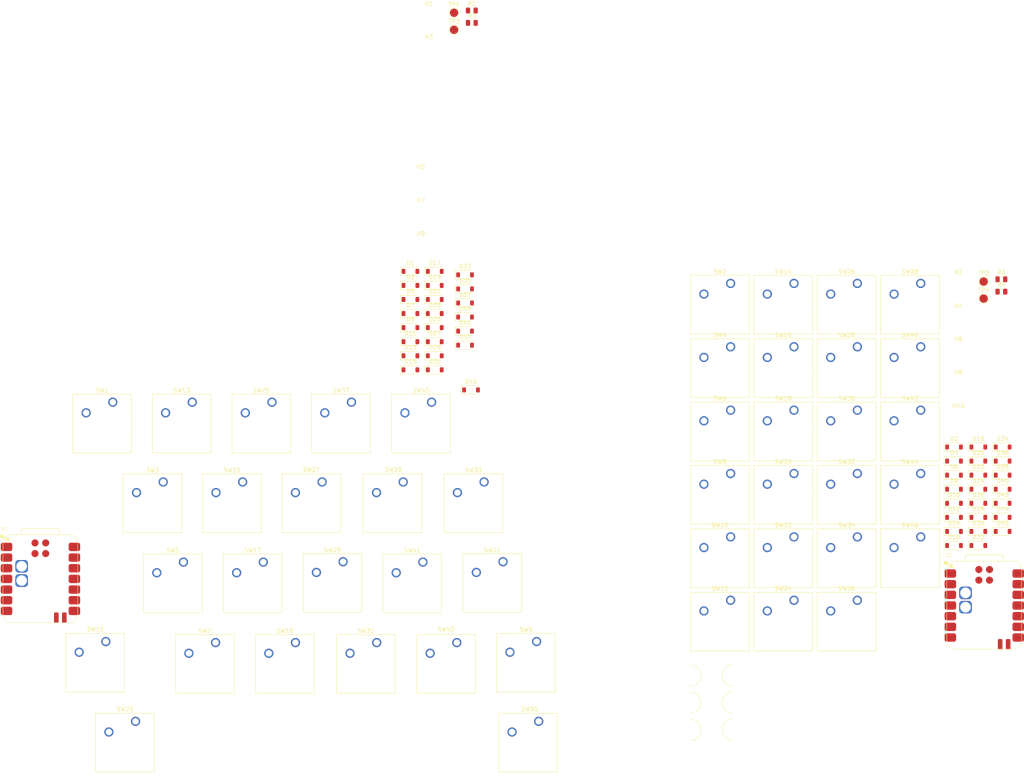
<source format=kicad_pcb>
(kicad_pcb (version 20241229) (generator "pcbnew") (generator_version "9.0")
  (layers (0 "F.Cu" signal) (2 "B.Cu" signal) (13 "F.Paste" user) (15 "B.Paste" user) (5 "F.SilkS" user "F.Silkscreen") (7 "B.SilkS" user "B.Silkscreen") (1 "F.Mask" user) (3 "B.Mask" user) (25 "Edge.Cuts" user))
  (net 0 "")
  (net 1 "/Left/ROW0")
  (net 2 "Net-(D1-A)")
  (net 3 "Net-(D2-A)")
  (net 4 "/Right/ROW0")
  (net 5 "Net-(D3-A)")
  (net 6 "/Left/ROW3")
  (net 7 "Net-(D4-A)")
  (net 8 "/Right/ROW3")
  (net 9 "Net-(D5-A)")
  (net 10 "Net-(D6-A)")
  (net 11 "Net-(D7-A)")
  (net 12 "Net-(D8-A)")
  (net 13 "Net-(D9-A)")
  (net 14 "Net-(D10-A)")
  (net 15 "Net-(D11-A)")
  (net 16 "Net-(D12-A)")
  (net 17 "Net-(D13-A)")
  (net 18 "/Left/ROW1")
  (net 19 "/Right/ROW1")
  (net 20 "Net-(D14-A)")
  (net 21 "Net-(D15-A)")
  (net 22 "Net-(D16-A)")
  (net 23 "Net-(D17-A)")
  (net 24 "Net-(D18-A)")
  (net 25 "Net-(D19-A)")
  (net 26 "Net-(D20-A)")
  (net 27 "Net-(D21-A)")
  (net 28 "Net-(D22-A)")
  (net 29 "/Left/ROW2")
  (net 30 "Net-(D23-A)")
  (net 31 "/Right/ROW2")
  (net 32 "Net-(D24-A)")
  (net 33 "Net-(D25-A)")
  (net 34 "Net-(D26-A)")
  (net 35 "Net-(D27-A)")
  (net 36 "Net-(D28-A)")
  (net 37 "Net-(D29-A)")
  (net 38 "Net-(D30-A)")
  (net 39 "Net-(D31-A)")
  (net 40 "Net-(D32-A)")
  (net 41 "Net-(D33-A)")
  (net 42 "Net-(D34-A)")
  (net 43 "Net-(D35-A)")
  (net 44 "Net-(D36-A)")
  (net 45 "Net-(D37-A)")
  (net 46 "Net-(D38-A)")
  (net 47 "Net-(D39-A)")
  (net 48 "Net-(D40-A)")
  (net 49 "Net-(D41-A)")
  (net 50 "/Left/ROW4")
  (net 51 "Net-(D42-A)")
  (net 52 "/Right/ROW4")
  (net 53 "Net-(D43-A)")
  (net 54 "Net-(D44-A)")
  (net 55 "Net-(D45-A)")
  (net 56 "Net-(D46-A)")
  (net 57 "/Left/VBat")
  (net 58 "/Left/BT_PIN")
  (net 59 "/Right/BT_PIN")
  (net 60 "/Right/VBat")
  (net 61 "GND")
  (net 62 "/Left/COL1")
  (net 63 "/Right/COL1")
  (net 64 "/Left/COL0")
  (net 65 "/Right/COL0")
  (net 66 "/Left/COL2")
  (net 67 "/Right/COL2")
  (net 68 "/Left/COL3")
  (net 69 "/Right/COL3")
  (net 70 "/Left/COL4")
  (net 71 "/Right/COL4")
  (footprint "Button_Switch_Keyboard:SW_Cherry_MX_1.00u_PCB" (layer "F.Cu") (at 98.7 123.67)
    (property "Reference" "SW19" (at -2.54 -2.794 0) (layer "F.SilkS"))
    (property "Value" "SW_Push")
    (pad "" np_thru_hole circle (at -7.62 5.08) (size 1.7 1.7) (drill 1.7) (layers "*.Cu" "*.Mask"))
    (pad "" np_thru_hole circle (at -2.54 5.08) (size 4 4) (drill 4) (layers "*.Cu" "*.Mask"))
    (pad "" np_thru_hole circle (at 2.54 5.08) (size 1.7 1.7) (drill 1.7) (layers "*.Cu" "*.Mask"))
    (pad "1" thru_hole circle (at 0 0) (size 2.2 2.2) (drill 1.5) (layers "*.Cu" "*.Mask") (net 68 "/Left/COL3"))
    (pad "2" thru_hole circle (at -6.35 2.54) (size 2.2 2.2) (drill 1.5) (layers "*.Cu" "*.Mask") (net 25 "Net-(D19-A)"))
  )
  (footprint "Diode_SMD:D_SOD-123" (layer "F.Cu") (at 255.515 97.2)
    (property "Reference" "D14" (at 0 -2 0) (layer "F.SilkS"))
    (property "Value" "D")
    (pad "1" smd roundrect (at -1.65 0) (size 0.9 1.2) (layers "F.Cu" "F.Mask" "F.Paste") (net 19 "/Right/ROW1"))
    (pad "2" smd roundrect (at 1.65 0) (size 0.9 1.2) (layers "F.Cu" "F.Mask" "F.Paste") (net 20 "Net-(D14-A)"))
  )
  (footprint "Diode_SMD:D_SOD-123" (layer "F.Cu") (at 131.875 45.32)
    (property "Reference" "D23" (at 0 -2 0) (layer "F.SilkS"))
    (property "Value" "D")
    (pad "1" smd roundrect (at -1.65 0) (size 0.9 1.2) (layers "F.Cu" "F.Mask" "F.Paste") (net 29 "/Left/ROW2"))
    (pad "2" smd roundrect (at 1.65 0) (size 0.9 1.2) (layers "F.Cu" "F.Mask" "F.Paste") (net 30 "Net-(D23-A)"))
  )
  (footprint "Button_Switch_Keyboard:SW_Cherry_MX_1.00u_PCB" (layer "F.Cu") (at 67.2 85.42)
    (property "Reference" "SW3" (at -2.54 -2.794 0) (layer "F.SilkS"))
    (property "Value" "SW_Push")
    (pad "" np_thru_hole circle (at -7.62 5.08) (size 1.7 1.7) (drill 1.7) (layers "*.Cu" "*.Mask"))
    (pad "" np_thru_hole circle (at -2.54 5.08) (size 4 4) (drill 4) (layers "*.Cu" "*.Mask"))
    (pad "" np_thru_hole circle (at 2.54 5.08) (size 1.7 1.7) (drill 1.7) (layers "*.Cu" "*.Mask"))
    (pad "1" thru_hole circle (at 0 0) (size 2.2 2.2) (drill 1.5) (layers "*.Cu" "*.Mask") (net 64 "/Left/COL0"))
    (pad "2" thru_hole circle (at -6.35 2.54) (size 2.2 2.2) (drill 1.5) (layers "*.Cu" "*.Mask") (net 5 "Net-(D3-A)"))
  )
  (footprint "Button_Switch_Keyboard:SW_Cherry_MX_1.00u_PCB" (layer "F.Cu") (at 110.04 104.42)
    (property "Reference" "SW29" (at -2.54 -2.794 0) (layer "F.SilkS"))
    (property "Value" "SW_Push")
    (pad "" np_thru_hole circle (at -7.62 5.08) (size 1.7 1.7) (drill 1.7) (layers "*.Cu" "*.Mask"))
    (pad "" np_thru_hole circle (at -2.54 5.08) (size 4 4) (drill 4) (layers "*.Cu" "*.Mask"))
    (pad "" np_thru_hole circle (at 2.54 5.08) (size 1.7 1.7) (drill 1.7) (layers "*.Cu" "*.Mask"))
    (pad "1" thru_hole circle (at 0 0) (size 2.2 2.2) (drill 1.5) (layers "*.Cu" "*.Mask") (net 68 "/Left/COL3"))
    (pad "2" thru_hole circle (at -6.35 2.54) (size 2.2 2.2) (drill 1.5) (layers "*.Cu" "*.Mask") (net 37 "Net-(D29-A)"))
  )
  (footprint "Diode_SMD:D_SOD-123" (layer "F.Cu") (at 126.08 58.72)
    (property "Reference" "D15" (at 0 -2 0) (layer "F.SilkS"))
    (property "Value" "D")
    (pad "1" smd roundrect (at -1.65 0) (size 0.9 1.2) (layers "F.Cu" "F.Mask" "F.Paste") (net 18 "/Left/ROW1"))
    (pad "2" smd roundrect (at 1.65 0) (size 0.9 1.2) (layers "F.Cu" "F.Mask" "F.Paste") (net 21 "Net-(D15-A)"))
  )
  (footprint "Resistor_SMD:R_0805_2012Metric" (layer "F.Cu") (at 266.8 40.1)
    (property "Reference" "R4" (at 0 -1.65 0) (layer "F.SilkS"))
    (property "Value" "2M")
    (pad "1" smd roundrect (at -0.9125 0) (size 1.025 1.4) (layers "F.Cu" "F.Mask" "F.Paste") (roundrect_rratio 0.243902) (net 59 "/Right/BT_PIN"))
    (pad "2" smd roundrect (at 0.9125 0) (size 1.025 1.4) (layers "F.Cu" "F.Mask" "F.Paste") (roundrect_rratio 0.243902) (net 61 "GND"))
  )
  (footprint "Diode_SMD:D_SOD-123" (layer "F.Cu") (at 261.31 100.55)
    (property "Reference" "D32" (at 0 -2 0) (layer "F.SilkS"))
    (property "Value" "D")
    (pad "1" smd roundrect (at -1.65 0) (size 0.9 1.2) (layers "F.Cu" "F.Mask" "F.Paste") (net 31 "/Right/ROW2"))
    (pad "2" smd roundrect (at 1.65 0) (size 0.9 1.2) (layers "F.Cu" "F.Mask" "F.Paste") (net 40 "Net-(D32-A)"))
  )
  (footprint "Diode_SMD:D_SOD-123" (layer "F.Cu") (at 126.08 35.27)
    (property "Reference" "D1" (at 0 -2 0) (layer "F.SilkS"))
    (property "Value" "D")
    (pad "1" smd roundrect (at -1.65 0) (size 0.9 1.2) (layers "F.Cu" "F.Mask" "F.Paste") (net 1 "/Left/ROW0"))
    (pad "2" smd roundrect (at 1.65 0) (size 0.9 1.2) (layers "F.Cu" "F.Mask" "F.Paste") (net 2 "Net-(D1-A)"))
  )
  (footprint "Button_Switch_Keyboard:SW_Cherry_MX_1.00u_PCB" (layer "F.Cu") (at 129.04 104.5)
    (property "Reference" "SW41" (at -2.54 -2.794 0) (layer "F.SilkS"))
    (property "Value" "SW_Push")
    (pad "" np_thru_hole circle (at -7.62 5.08) (size 1.7 1.7) (drill 1.7) (layers "*.Cu" "*.Mask"))
    (pad "" np_thru_hole circle (at -2.54 5.08) (size 4 4) (drill 4) (layers "*.Cu" "*.Mask"))
    (pad "" np_thru_hole circle (at 2.54 5.08) (size 1.7 1.7) (drill 1.7) (layers "*.Cu" "*.Mask"))
    (pad "1" thru_hole circle (at 0 0) (size 2.2 2.2) (drill 1.5) (layers "*.Cu" "*.Mask") (net 70 "/Left/COL4"))
    (pad "2" thru_hole circle (at -6.35 2.54) (size 2.2 2.2) (drill 1.5) (layers "*.Cu" "*.Mask") (net 49 "Net-(D41-A)"))
  )
  (footprint "Xiao 5mm:mouse-bite-5mm-slot" (layer "F.Cu") (at 197.785 144.465)
    (property "Reference" "BO3" (hide yes))
    (property "Value" "Break off" (hide yes))
    (pad "" np_thru_hole circle (at -3.75 -2.5) (size 0.5 0.5) (drill 0.5) (layers "*.Cu" "*.Mask"))
    (pad "" np_thru_hole circle (at -3.75 2.5) (size 0.5 0.5) (drill 0.5) (layers "*.Cu" "*.Mask"))
    (pad "" np_thru_hole circle (at -3 -2.5) (size 0.5 0.5) (drill 0.5) (layers "*.Cu" "*.Mask"))
    (pad "" np_thru_hole circle (at -3 -2.5) (size 0.5 0.5) (drill 0.5) (layers "*.Cu" "*.Mask"))
    (pad "" np_thru_hole circle (at -3 2.5) (size 0.5 0.5) (drill 0.5) (layers "*.Cu" "*.Mask"))
    (pad "" np_thru_hole circle (at -3 2.5) (size 0.5 0.5) (drill 0.5) (layers "*.Cu" "*.Mask"))
    (pad "" np_thru_hole circle (at -2.25 -2.5) (size 0.5 0.5) (drill 0.5) (layers "*.Cu" "*.Mask"))
    (pad "" np_thru_hole circle (at -2.25 2.5) (size 0.5 0.5) (drill 0.5) (layers "*.Cu" "*.Mask"))
    (pad "" np_thru_hole circle (at -1.5 -2.5) (size 0.5 0.5) (drill 0.5) (layers "*.Cu" "*.Mask"))
    (pad "" np_thru_hole circle (at -1.5 2.5) (size 0.5 0.5) (drill 0.5) (layers "*.Cu" "*.Mask"))
    (pad "" np_thru_hole circle (at -0.75 -2.5) (size 0.5 0.5) (drill 0.5) (layers "*.Cu" "*.Mask"))
    (pad "" np_thru_hole circle (at -0.75 2.5) (size 0.5 0.5) (drill 0.5) (layers "*.Cu" "*.Mask"))
    (pad "" np_thru_hole circle (at 0 -2.5) (size 0.5 0.5) (drill 0.5) (layers "*.Cu" "*.Mask"))
    (pad "" np_thru_hole circle (at 0 2.5) (size 0.5 0.5) (drill 0.5) (layers "*.Cu" "*.Mask"))
    (pad "" np_thru_hole circle (at 0.75 -2.5) (size 0.5 0.5) (drill 0.5) (layers "*.Cu" "*.Mask"))
    (pad "" np_thru_hole circle (at 0.75 2.5) (size 0.5 0.5) (drill 0.5) (layers "*.Cu" "*.Mask"))
    (pad "" np_thru_hole circle (at 1.5 -2.5) (size 0.5 0.5) (drill 0.5) (layers "*.Cu" "*.Mask"))
    (pad "" np_thru_hole circle (at 1.5 2.5) (size 0.5 0.5) (drill 0.5) (layers "*.Cu" "*.Mask"))
    (pad "" np_thru_hole circle (at 2.25 -2.5) (size 0.5 0.5) (drill 0.5) (layers "*.Cu" "*.Mask"))
    (pad "" np_thru_hole circle (at 2.25 2.5) (size 0.5 0.5) (drill 0.5) (layers "*.Cu" "*.Mask"))
    (pad "" np_thru_hole circle (at 3 -2.5) (size 0.5 0.5) (drill 0.5) (layers "*.Cu" "*.Mask"))
    (pad "" np_thru_hole circle (at 3 2.5) (size 0.5 0.5) (drill 0.5) (layers "*.Cu" "*.Mask"))
    (pad "" np_thru_hole circle (at 3.75 -2.5) (size 0.5 0.5) (drill 0.5) (layers "*.Cu" "*.Mask"))
    (pad "" np_thru_hole circle (at 3.75 2.5) (size 0.5 0.5) (drill 0.5) (layers "*.Cu" "*.Mask"))
  )
  (footprint "Button_Switch_Keyboard:SW_Cherry_MX_1.00u_PCB" (layer "F.Cu") (at 156.62 142.42)
    (property "Reference" "SW35" (at -2.12 -2.92 0) (layer "F.SilkS"))
    (property "Value" "SW_Push")
    (pad "" np_thru_hole circle (at -7.62 5.08) (size 1.7 1.7) (drill 1.7) (layers "*.Cu" "*.Mask"))
    (pad "" np_thru_hole circle (at -2.54 5.08) (size 4 4) (drill 4) (layers "*.Cu" "*.Mask"))
    (pad "" np_thru_hole circle (at 2.54 5.08) (size 1.7 1.7) (drill 1.7) (layers "*.Cu" "*.Mask"))
    (pad "1" thru_hole circle (at 0 0) (size 2.2 2.2) (drill 1.5) (layers "*.Cu" "*.Mask") (net 66 "/Left/COL2"))
    (pad "2" thru_hole circle (at -6.35 2.54) (size 2.2 2.2) (drill 1.5) (layers "*.Cu" "*.Mask") (net 43 "Net-(D35-A)"))
  )
  (footprint "Diode_SMD:D_SOD-123" (layer "F.Cu") (at 267.105 90.5)
    (property "Reference" "D42" (at 0 -2 0) (layer "F.SilkS"))
    (property "Value" "D")
    (pad "1" smd roundrect (at -1.65 0) (size 0.9 1.2) (layers "F.Cu" "F.Mask" "F.Paste") (net 52 "/Right/ROW4"))
    (pad "2" smd roundrect (at 1.65 0) (size 0.9 1.2) (layers "F.Cu" "F.Mask" "F.Paste") (net 51 "Net-(D42-A)"))
  )
  (footprint "Button_Switch_Keyboard:SW_Cherry_MX_1.00u_PCB" (layer "F.Cu") (at 202.32 113.59)
    (property "Reference" "SW12" (at -2.54 -2.794 0) (layer "F.SilkS"))
    (property "Value" "SW_Push")
    (pad "" np_thru_hole circle (at -7.62 5.08) (size 1.7 1.7) (drill 1.7) (layers "*.Cu" "*.Mask"))
    (pad "" np_thru_hole circle (at -2.54 5.08) (size 4 4) (drill 4) (layers "*.Cu" "*.Mask"))
    (pad "" np_thru_hole circle (at 2.54 5.08) (size 1.7 1.7) (drill 1.7) (layers "*.Cu" "*.Mask"))
    (pad "1" thru_hole circle (at 0 0) (size 2.2 2.2) (drill 1.5) (layers "*.Cu" "*.Mask") (net 71 "/Right/COL4"))
    (pad "2" thru_hole circle (at -6.35 2.54) (size 2.2 2.2) (drill 1.5) (layers "*.Cu" "*.Mask") (net 16 "Net-(D12-A)"))
  )
  (footprint "Diode_SMD:D_SOD-123" (layer "F.Cu") (at 131.875 41.97)
    (property "Reference" "D21" (at 0 -2 0) (layer "F.SilkS"))
    (property "Value" "D")
    (pad "1" smd roundrect (at -1.65 0) (size 0.9 1.2) (layers "F.Cu" "F.Mask" "F.Paste") (net 18 "/Left/ROW1"))
    (pad "2" smd roundrect (at 1.65 0) (size 0.9 1.2) (layers "F.Cu" "F.Mask" "F.Paste") (net 27 "Net-(D21-A)"))
  )
  (footprint "Diode_SMD:D_SOD-123" (layer "F.Cu") (at 126.08 55.37)
    (property "Reference" "D13" (at 0 -2 0) (layer "F.SilkS"))
    (property "Value" "D")
    (pad "1" smd roundrect (at -1.65 0) (size 0.9 1.2) (layers "F.Cu" "F.Mask" "F.Paste") (net 18 "/Left/ROW1"))
    (pad "2" smd roundrect (at 1.65 0) (size 0.9 1.2) (layers "F.Cu" "F.Mask" "F.Paste") (net 17 "Net-(D13-A)"))
  )
  (footprint "Button_Switch_Keyboard:SW_Cherry_MX_1.00u_PCB" (layer "F.Cu") (at 112.04 66.42)
    (property "Reference" "SW37" (at -2.54 -2.794 0) (layer "F.SilkS"))
    (property "Value" "SW_Push")
    (pad "" np_thru_hole circle (at -7.62 5.08) (size 1.7 1.7) (drill 1.7) (layers "*.Cu" "*.Mask"))
    (pad "" np_thru_hole circle (at -2.54 5.08) (size 4 4) (drill 4) (layers "*.Cu" "*.Mask"))
    (pad "" np_thru_hole circle (at 2.54 5.08) (size 1.7 1.7) (drill 1.7) (layers "*.Cu" "*.Mask"))
    (pad "1" thru_hole circle (at 0 0) (size 2.2 2.2) (drill 1.5) (layers "*.Cu" "*.Mask") (net 68 "/Left/COL3"))
    (pad "2" thru_hole circle (at -6.35 2.54) (size 2.2 2.2) (drill 1.5) (layers "*.Cu" "*.Mask") (net 45 "Net-(D37-A)"))
  )
  (footprint "Diode_SMD:D_SOD-123" (layer "F.Cu") (at 131.875 48.67)
    (property "Reference" "D25" (at 0 -2 0) (layer "F.SilkS"))
    (property "Value" "D")
    (pad "1" smd roundrect (at -1.65 0) (size 0.9 1.2) (layers "F.Cu" "F.Mask" "F.Paste") (net 29 "/Left/ROW2"))
    (pad "2" smd roundrect (at 1.65 0) (size 0.9 1.2) (layers "F.Cu" "F.Mask" "F.Paste") (net 33 "Net-(D25-A)"))
  )
  (footprint "Diode_SMD:D_SOD-123" (layer "F.Cu") (at 261.31 80.45)
    (property "Reference" "D20" (at 0 -2 0) (layer "F.SilkS"))
    (property "Value" "D")
    (pad "1" smd roundrect (at -1.65 0) (size 0.9 1.2) (layers "F.Cu" "F.Mask" "F.Paste") (net 19 "/Right/ROW1"))
    (pad "2" smd roundrect (at 1.65 0) (size 0.9 1.2) (layers "F.Cu" "F.Mask" "F.Paste") (net 26 "Net-(D20-A)"))
  )
  (footprint "Diode_SMD:D_SOD-123" (layer "F.Cu") (at 255.515 93.85)
    (property "Reference" "D12" (at 0 -2 0) (layer "F.SilkS"))
    (property "Value" "D")
    (pad "1" smd roundrect (at -1.65 0) (size 0.9 1.2) (layers "F.Cu" "F.Mask" "F.Paste") (net 4 "/Right/ROW0"))
    (pad "2" smd roundrect (at 1.65 0) (size 0.9 1.2) (layers "F.Cu" "F.Mask" "F.Paste") (net 16 "Net-(D12-A)"))
  )
  (footprint "Diode_SMD:D_SOD-123" (layer "F.Cu") (at 267.105 77.1)
    (property "Reference" "D34" (at 0 -2 0) (layer "F.SilkS"))
    (property "Value" "D")
    (pad "1" smd roundrect (at -1.65 0) (size 0.9 1.2) (layers "F.Cu" "F.Mask" "F.Paste") (net 8 "/Right/ROW3"))
    (pad "2" smd roundrect (at 1.65 0) (size 0.9 1.2) (layers "F.Cu" "F.Mask" "F.Paste") (net 42 "Net-(D34-A)"))
  )
  (footprint "Button_Switch_Keyboard:SW_Cherry_MX_1.00u_PCB" (layer "F.Cu") (at 247.59 83.41)
    (property "Reference" "SW44" (at -2.54 -2.794 0) (layer "F.SilkS"))
    (property "Value" "SW_Push")
    (pad "" np_thru_hole circle (at -7.62 5.08) (size 1.7 1.7) (drill 1.7) (layers "*.Cu" "*.Mask"))
    (pad "" np_thru_hole circle (at -2.54 5.08) (size 4 4) (drill 4) (layers "*.Cu" "*.Mask"))
    (pad "" np_thru_hole circle (at 2.54 5.08) (size 1.7 1.7) (drill 1.7) (layers "*.Cu" "*.Mask"))
    (pad "1" thru_hole circle (at 0 0) (size 2.2 2.2) (drill 1.5) (layers "*.Cu" "*.Mask") (net 65 "/Right/COL0"))
    (pad "2" thru_hole circle (at -6.35 2.54) (size 2.2 2.2) (drill 1.5) (layers "*.Cu" "*.Mask") (net 54 "Net-(D44-A)"))
  )
  (footprint "Button_Switch_Keyboard:SW_Cherry_MX_1.00u_PCB" (layer "F.Cu") (at 105.04 85.42)
    (property "Reference" "SW27" (at -2.54 -2.92 0) (layer "F.SilkS"))
    (property "Value" "SW_Push")
    (pad "" np_thru_hole circle (at -7.62 5.08) (size 1.7 1.7) (drill 1.7) (layers "*.Cu" "*.Mask"))
    (pad "" np_thru_hole circle (at -2.54 5.08) (size 4 4) (drill 4) (layers "*.Cu" "*.Mask"))
    (pad "" np_thru_hole circle (at 2.54 5.08) (size 1.7 1.7) (drill 1.7) (layers "*.Cu" "*.Mask"))
    (pad "1" thru_hole circle (at 0 0) (size 2.2 2.2) (drill 1.5) (layers "*.Cu" "*.Mask") (net 66 "/Left/COL2"))
    (pad "2" thru_hole circle (at -6.35 2.54) (size 2.2 2.2) (drill 1.5) (layers "*.Cu" "*.Mask") (net 35 "Net-(D27-A)"))
  )
  (footprint "Button_Switch_Keyboard:SW_Cherry_MX_1.00u_PCB" (layer "F.Cu") (at 74.12 66.42)
    (property "Reference" "SW13" (at -2.54 -2.794 0) (layer "F.SilkS"))
    (property "Value" "SW_Push")
    (pad "" np_thru_hole circle (at -7.62 5.08) (size 1.7 1.7) (drill 1.7) (layers "*.Cu" "*.Mask"))
    (pad "" np_thru_hole circle (at -2.54 5.08) (size 4 4) (drill 4) (layers "*.Cu" "*.Mask"))
    (pad "" np_thru_hole circle (at 2.54 5.08) (size 1.7 1.7) (drill 1.7) (layers "*.Cu" "*.Mask"))
    (pad "1" thru_hole circle (at 0 0) (size 2.2 2.2) (drill 1.5) (layers "*.Cu" "*.Mask") (net 64 "/Left/COL0"))
    (pad "2" thru_hole circle (at -6.35 2.54) (size 2.2 2.2) (drill 1.5) (layers "*.Cu" "*.Mask") (net 17 "Net-(D13-A)"))
  )
  (footprint "Button_Switch_Keyboard:SW_Cherry_MX_1.00u_PCB" (layer "F.Cu") (at 156.12 123.42)
    (property "Reference" "SW9" (at -2.54 -2.794 0) (layer "F.SilkS"))
    (property "Value" "SW_Push")
    (pad "" np_thru_hole circle (at -7.62 5.08) (size 1.7 1.7) (drill 1.7) (layers "*.Cu" "*.Mask"))
    (pad "" np_thru_hole circle (at -2.54 5.08) (size 4 4) (drill 4) (layers "*.Cu" "*.Mask"))
    (pad "" np_thru_hole circle (at 2.54 5.08) (size 1.7 1.7) (drill 1.7) (layers "*.Cu" "*.Mask"))
    (pad "1" thru_hole circle (at 0 0) (size 2.2 2.2) (drill 1.5) (layers "*.Cu" "*.Mask") (net 68 "/Left/COL3"))
    (pad "2" thru_hole circle (at -6.35 2.54) (size 2.2 2.2) (drill 1.5) (layers "*.Cu" "*.Mask") (net 13 "Net-(D9-A)"))
  )
  (footprint "Diode_SMD:D_SOD-123" (layer "F.Cu") (at 255.515 77.1)
    (property "Reference" "D2" (at 0 -2 0) (layer "F.SilkS"))
    (property "Value" "D")
    (pad "1" smd roundrect (at -1.65 0) (size 0.9 1.2) (layers "F.Cu" "F.Mask" "F.Paste") (net 4 "/Right/ROW0"))
    (pad "2" smd roundrect (at 1.65 0) (size 0.9 1.2) (layers "F.Cu" "F.Mask" "F.Paste") (net 3 "Net-(D2-A)"))
  )
  (footprint "Button_Switch_Keyboard:SW_Cherry_MX_1.00u_PCB" (layer "F.Cu") (at 131.12 66.42)
    (property "Reference" "SW45" (at -2.54 -2.794 0) (layer "F.SilkS"))
    (property "Value" "SW_Push")
    (pad "" np_thru_hole circle (at -7.62 5.08) (size 1.7 1.7) (drill 1.7) (layers "*.Cu" "*.Mask"))
    (pad "" np_thru_hole circle (at -2.54 5.08) (size 4 4) (drill 4) (layers "*.Cu" "*.Mask"))
    (pad "" np_thru_hole circle (at 2.54 5.08) (size 1.7 1.7) (drill 1.7) (layers "*.Cu" "*.Mask"))
    (pad "1" thru_hole circle (at 0 0) (size 2.2 2.2) (drill 1.5) (layers "*.Cu" "*.Mask") (net 6 "/Left/ROW3"))
    (pad "2" thru_hole circle (at -6.35 2.54) (size 2.2 2.2) (drill 1.5) (layers "*.Cu" "*.Mask") (net 55 "Net-(D45-A)"))
  )
  (footprint "Button_Switch_Keyboard:SW_Cherry_MX_1.00u_PCB" (layer "F.Cu") (at 72.03 104.5)
    (property "Reference" "SW5" (at -2.54 -2.794 0) (layer "F.SilkS"))
    (property "Value" "SW_Push")
    (pad "" np_thru_hole circle (at -7.62 5.08) (size 1.7 1.7) (drill 1.7) (layers "*.Cu" "*.Mask"))
    (pad "" np_thru_hole circle (at -2.54 5.08) (size 4 4) (drill 4) (layers "*.Cu" "*.Mask"))
    (pad "" np_thru_hole circle (at 2.54 5.08) (size 1.7 1.7) (drill 1.7) (layers "*.Cu" "*.Mask"))
    (pad "1" thru_hole circle (at 0 0) (size 2.2 2.2) (drill 1.5) (layers "*.Cu" "*.Mask") (net 64 "/Left/COL0"))
    (pad "2" thru_hole circle (at -6.35 2.54) (size 2.2 2.2) (drill 1.5) (layers "*.Cu" "*.Mask") (net 9 "Net-(D5-A)"))
  )
  (footprint "MountingHole:MountingHole_3.2mm_M3" (layer "F.Cu") (at 256.57 47.6)
    (property "Reference" "H4" (at 0 -4.15 0) (layer "F.SilkS"))
    (property "Value" "MountingHole")
    (pad "" np_thru_hole circle (at 0 0) (size 3.2 3.2) (drill 3.2) (layers "*.Cu" "*.Mask"))
  )
  (footprint "Button_Switch_Keyboard:SW_Cherry_MX_1.00u_PCB" (layer "F.Cu") (at 232.5 68.32)
    (property "Reference" "SW30" (at -2.54 -2.794 0) (layer "F.SilkS"))
    (property "Value" "SW_Push")
    (pad "" np_thru_hole circle (at -7.62 5.08) (size 1.7 1.7) (drill 1.7) (layers "*.Cu" "*.Mask"))
    (pad "" np_thru_hole circle (at -2.54 5.08) (size 4 4) (drill 4) (layers "*.Cu" "*.Mask"))
    (pad "" np_thru_hole circle (at 2.54 5.08) (size 1.7 1.7) (drill 1.7) (layers "*.Cu" "*.Mask"))
    (pad "1" thru_hole circle (at 0 0) (size 2.2 2.2) (drill 1.5) (layers "*.Cu" "*.Mask") (net 69 "/Right/COL3"))
    (pad "2" thru_hole circle (at -6.35 2.54) (size 2.2 2.2) (drill 1.5) (layers "*.Cu" "*.Mask") (net 38 "Net-(D30-A)"))
  )
  (footprint "Diode_SMD:D_SOD-123" (layer "F.Cu") (at 126.08 38.62)
    (property "Reference" "D3" (at 0 -2 0) (layer "F.SilkS"))
    (property "Value" "D")
    (pad "1" smd roundrect (at -1.65 0) (size 0.9 1.2) (layers "F.Cu" "F.Mask" "F.Paste") (net 6 "/Left/ROW3"))
    (pad "2" smd roundrect (at 1.65 0) (size 0.9 1.2) (layers "F.Cu" "F.Mask" "F.Paste") (net 5 "Net-(D3-A)"))
  )
  (footprint "Diode_SMD:D_SOD-123" (layer "F.Cu") (at 261.31 93.85)
    (property "Reference" "D28" (at 0 -2 0) (layer "F.SilkS"))
    (property "Value" "D")
    (pad "1" smd roundrect (at -1.65 0) (size 0.9 1.2) (layers "F.Cu" "F.Mask" "F.Paste") (net 31 "/Right/ROW2"))
    (pad "2" smd roundrect (at 1.65 0) (size 0.9 1.2) (layers "F.Cu" "F.Mask" "F.Paste") (net 36 "Net-(D28-A)"))
  )
  (footprint "Button_Switch_Keyboard:SW_Cherry_MX_1.00u_PCB" (layer "F.Cu") (at 202.32 98.5)
    (property "Reference" "SW10" (at -2.54 -2.794 0) (layer "F.SilkS"))
    (property "Value" "SW_Push")
    (pad "" np_thru_hole circle (at -7.62 5.08) (size 1.7 1.7) (drill 1.7) (layers "*.Cu" "*.Mask"))
    (pad "" np_thru_hole circle (at -2.54 5.08) (size 4 4) (drill 4) (layers "*.Cu" "*.Mask"))
    (pad "" np_thru_hole circle (at 2.54 5.08) (size 1.7 1.7) (drill 1.7) (layers "*.Cu" "*.Mask"))
    (pad "1" thru_hole circle (at 0 0) (size 2.2 2.2) (drill 1.5) (layers "*.Cu" "*.Mask") (net 69 "/Right/COL3"))
    (pad "2" thru_hole circle (at -6.35 2.54) (size 2.2 2.2) (drill 1.5) (layers "*.Cu" "*.Mask") (net 14 "Net-(D10-A)"))
  )
  (footprint "Diode_SMD:D_SOD-123" (layer "F.Cu") (at 131.875 55.37)
    (property "Reference" "D29" (at 0 -2 0) (layer "F.SilkS"))
    (property "Value" "D")
    (pad "1" smd roundrect (at -1.65 0) (size 0.9 1.2) (layers "F.Cu" "F.Mask" "F.Paste") (net 29 "/Left/ROW2"))
    (pad "2" smd roundrect (at 1.65 0) (size 0.9 1.2) (layers "F.Cu" "F.Mask" "F.Paste") (net 37 "Net-(D29-A)"))
  )
  (footprint "Diode_SMD:D_SOD-123" (layer "F.Cu") (at 131.875 35.27)
    (property "Reference" "D17" (at 0 -2 0) (layer "F.SilkS"))
    (property "Value" "D")
    (pad "1" smd roundrect (at -1.65 0) (size 0.9 1.2) (layers "F.Cu" "F.Mask" "F.Paste") (net 18 "/Left/ROW1"))
    (pad "2" smd roundrect (at 1.65 0) (size 0.9 1.2) (layers "F.Cu" "F.Mask" "F.Paste") (net 23 "Net-(D17-A)"))
  )
  (footprint "Button_Switch_Keyboard:SW_Cherry_MX_1.00u_PCB" (layer "F.Cu") (at 91.04 104.5)
    (property "Reference" "SW17" (at -2.54 -2.794 0) (layer "F.SilkS"))
    (property "Value" "SW_Push")
    (pad "" np_thru_hole circle (at -7.62 5.08) (size 1.7 1.7) (drill 1.7) (layers "*.Cu" "*.Mask"))
    (pad "" np_thru_hole circle (at -2.54 5.08) (size 4 4) (drill 4) (layers "*.Cu" "*.Mask"))
    (pad "" np_thru_hole circle (at 2.54 5.08) (size 1.7 1.7) (drill 1.7) (layers "*.Cu" "*.Mask"))
    (pad "1" thru_hole circle (at 0 0) (size 2.2 2.2) (drill 1.5) (layers "*.Cu" "*.Mask") (net 66 "/Left/COL2"))
    (pad "2" thru_hole circle (at -6.35 2.54) (size 2.2 2.2) (drill 1.5) (layers "*.Cu" "*.Mask") (net 23 "Net-(D17-A)"))
  )
  (footprint "MountingHole:MountingHole_3.2mm_M3" (layer "F.Cu") (at 256.57 39.65)
    (property "Reference" "H2" (at 0 -4.15 0) (layer "F.SilkS"))
    (property "Value" "MountingHole")
    (pad "" np_thru_hole circle (at 0 0) (size 3.2 3.2) (drill 3.2) (layers "*.Cu" "*.Mask"))
  )
  (footprint "Diode_SMD:D_SOD-123" (layer "F.Cu") (at 255.515 100.55)
    (property "Reference" "D16" (at 0 -2 0) (layer "F.SilkS"))
    (property "Value" "D")
    (pad "1" smd roundrect (at -1.65 0) (size 0.9 1.2) (layers "F.Cu" "F.Mask" "F.Paste") (net 19 "/Right/ROW1"))
    (pad "2" smd roundrect (at 1.65 0) (size 0.9 1.2) (layers "F.Cu" "F.Mask" "F.Paste") (net 22 "Net-(D16-A)"))
  )
  (footprint "Button_Switch_Keyboard:SW_Cherry_MX_1.00u_PCB" (layer "F.Cu") (at 53.54 123.42)
    (property "Reference" "SW11" (at -2.46 -2.92 0) (layer "F.SilkS"))
    (property "Value" "SW_Push")
    (pad "" np_thru_hole circle (at -7.62 5.08) (size 1.7 1.7) (drill 1.7) (layers "*.Cu" "*.Mask"))
    (pad "" np_thru_hole circle (at -2.54 5.08) (size 4 4) (drill 4) (layers "*.Cu" "*.Mask"))
    (pad "" np_thru_hole circle (at 2.54 5.08) (size 1.7 1.7) (drill 1.7) (layers "*.Cu" "*.Mask"))
    (pad "1" thru_hole circle (at 0 0) (size 2.2 2.2) (drill 1.5) (layers "*.Cu" "*.Mask") (net 70 "/Left/COL4"))
    (pad "2" thru_hole circle (at -6.35 2.54) (size 2.2 2.2) (drill 1.5) (layers "*.Cu" "*.Mask") (net 15 "Net-(D11-A)"))
  )
  (footprint "Button_Switch_Keyboard:SW_Cherry_MX_1.00u_PCB" (layer "F.Cu") (at 232.5 83.41)
    (property "Reference" "SW32" (at -2.54 -2.794 0) (layer "F.SilkS"))
    (property "Value" "SW_Push")
    (pad "" np_thru_hole circle (at -7.62 5.08) (size 1.7 1.7) (drill 1.7) (layers "*.Cu" "*.Mask"))
    (pad "" np_thru_hole circle (at -2.54 5.08) (size 4 4) (drill 4) (layers "*.Cu" "*.Mask"))
    (pad "" np_thru_hole circle (at 2.54 5.08) (size 1.7 1.7) (drill 1.7) (layers "*.Cu" "*.Mask"))
    (pad "1" thru_hole circle (at 0 0) (size 2.2 2.2) (drill 1.5) (layers "*.Cu" "*.Mask") (net 71 "/Right/COL4"))
    (pad "2" thru_hole circle (at -6.35 2.54) (size 2.2 2.2) (drill 1.5) (layers "*.Cu" "*.Mask") (net 40 "Net-(D32-A)"))
  )
  (footprint "Xiao 5mm:mouse-bite-5mm-slot" (layer "F.Cu") (at 197.785 131.465)
    (property "Reference" "BO1" (hide yes))
    (property "Value" "Break off" (hide yes))
    (pad "" np_thru_hole circle (at -3.75 -2.5) (size 0.5 0.5) (drill 0.5) (layers "*.Cu" "*.Mask"))
    (pad "" np_thru_hole circle (at -3.75 2.5) (size 0.5 0.5) (drill 0.5) (layers "*.Cu" "*.Mask"))
    (pad "" np_thru_hole circle (at -3 -2.5) (size 0.5 0.5) (drill 0.5) (layers "*.Cu" "*.Mask"))
    (pad "" np_thru_hole circle (at -3 -2.5) (size 0.5 0.5) (drill 0.5) (layers "*.Cu" "*.Mask"))
    (pad "" np_thru_hole circle (at -3 2.5) (size 0.5 0.5) (drill 0.5) (layers "*.Cu" "*.Mask"))
    (pad "" np_thru_hole circle (at -3 2.5) (size 0.5 0.5) (drill 0.5) (layers "*.Cu" "*.Mask"))
    (pad "" np_thru_hole circle (at -2.25 -2.5) (size 0.5 0.5) (drill 0.5) (layers "*.Cu" "*.Mask"))
    (pad "" np_thru_hole circle (at -2.25 2.5) (size 0.5 0.5) (drill 0.5) (layers "*.Cu" "*.Mask"))
    (pad "" np_thru_hole circle (at -1.5 -2.5) (size 0.5 0.5) (drill 0.5) (layers "*.Cu" "*.Mask"))
    (pad "" np_thru_hole circle (at -1.5 2.5) (size 0.5 0.5) (drill 0.5) (layers "*.Cu" "*.Mask"))
    (pad "" np_thru_hole circle (at -0.75 -2.5) (size 0.5 0.5) (drill 0.5) (layers "*.Cu" "*.Mask"))
    (pad "" np_thru_hole circle (at -0.75 2.5) (size 0.5 0.5) (drill 0.5) (layers "*.Cu" "*.Mask"))
    (pad "" np_thru_hole circle (at 0 -2.5) (size 0.5 0.5) (drill 0.5) (layers "*.Cu" "*.Mask"))
    (pad "" np_thru_hole circle (at 0 2.5) (size 0.5 0.5) (drill 0.5) (layers "*.Cu" "*.Mask"))
    (pad "" np_thru_hole circle (at 0.75 -2.5) (size 0.5 0.5) (drill 0.5) (layers "*.Cu" "*.Mask"))
    (pad "" np_thru_hole circle (at 0.75 2.5) (size 0.5 0.5) (drill 0.5) (layers "*.Cu" "*.Mask"))
    (pad "" np_thru_hole circle (at 1.5 -2.5) (size 0.5 0.5) (drill 0.5) (layers "*.Cu" "*.Mask"))
    (pad "" np_thru_hole circle (at 1.5 2.5) (size 0.5 0.5) (drill 0.5) (layers "*.Cu" "*.Mask"))
    (pad "" np_thru_hole circle (at 2.25 -2.5) (size 0.5 0.5) (drill 0.5) (layers "*.Cu" "*.Mask"))
    (pad "" np_thru_hole circle (at 2.25 2.5) (size 0.5 0.5) (drill 0.5) (layers "*.Cu" "*.Mask"))
    (pad "" np_thru_hole circle (at 3 -2.5) (size 0.5 0.5) (drill 0.5) (layers "*.Cu" "*.Mask"))
    (pad "" np_thru_hole circle (at 3 2.5) (size 0.5 0.5) (drill 0.5) (layers "*.Cu" "*.Mask"))
    (pad "" np_thru_hole circle (at 3.75 -2.5) (size 0.5 0.5) (drill 0.5) (layers "*.Cu" "*.Mask"))
    (pad "" np_thru_hole circle (at 3.75 2.5) (size 0.5 0.5) (drill 0.5) (layers "*.Cu" "*.Mask"))
  )
  (footprint "Button_Switch_Keyboard:SW_Cherry_MX_1.00u_PCB" (layer "F.Cu") (at 86.12 85.42)
    (property "Reference" "SW15" (at -2.54 -2.794 0) (layer "F.SilkS"))
    (property "Value" "SW_Push")
    (pad "" np_thru_hole circle (at -7.62 5.08) (size 1.7 1.7) (drill 1.7) (layers "*.Cu" "*.Mask"))
    (pad "" np_thru_hole circle (at -2.54 5.08) (size 4 4) (drill 4) (layers "*.Cu" "*.Mask"))
    (pad "" np_thru_hole circle (at 2.54 5.08) (size 1.7 1.7) (drill 1.7) (layers "*.Cu" "*.Mask"))
    (pad "1" thru_hole circle (at 0 0) (size 2.2 2.2) (drill 1.5) (layers "*.Cu" "*.Mask") (net 62 "/Left/COL1"))
    (pad "2" thru_hole circle (at -6.35 2.54) (size 2.2 2.2) (drill 1.5) (layers "*.Cu" "*.Mask") (net 21 "Net-(D15-A)"))
  )
  (footprint "Diode_SMD:D_SOD-123" (layer "F.Cu") (at 131.875 58.72)
    (property "Reference" "D31" (at 0 -2 0) (layer "F.SilkS"))
    (property "Value" "D")
    (pad "1" smd roundrect (at -1.65 0) (size 0.9 1.2) (layers "F.Cu" "F.Mask" "F.Paste") (net 29 "/Left/ROW2"))
    (pad "2" smd roundrect (at 1.65 0) (size 0.9 1.2) (layers "F.Cu" "F.Mask" "F.Paste") (net 39 "Net-(D31-A)"))
  )
  (footprint "Button_Switch_Keyboard:SW_Cherry_MX_1.00u_PCB" (layer "F.Cu") (at 247.59 68.32)
    (property "Reference" "SW42" (at -2.54 -2.794 0) (layer "F.SilkS"))
    (property "Value" "SW_Push")
    (pad "" np_thru_hole circle (at -7.62 5.08) (size 1.7 1.7) (drill 1.7) (layers "*.Cu" "*.Mask"))
    (pad "" np_thru_hole circle (at -2.54 5.08) (size 4 4) (drill 4) (layers "*.Cu" "*.Mask"))
    (pad "" np_thru_hole circle (at 2.54 5.08) (size 1.7 1.7) (drill 1.7) (layers "*.Cu" "*.Mask"))
    (pad "1" thru_hole circle (at 0 0) (size 2.2 2.2) (drill 1.5) (layers "*.Cu" "*.Mask") (net 71 "/Right/COL4"))
    (pad "2" thru_hole circle (at -6.35 2.54) (size 2.2 2.2) (drill 1.5) (layers "*.Cu" "*.Mask") (net 51 "Net-(D42-A)"))
  )
  (footprint "Button_Switch_Keyboard:SW_Cherry_MX_1.00u_PCB" (layer "F.Cu") (at 217.41 98.5)
    (property "Reference" "SW22" (at -2.54 -2.794 0) (layer "F.SilkS"))
    (property "Value" "SW_Push")
    (pad "" np_thru_hole circle (at -7.62 5.08) (size 1.7 1.7) (drill 1.7) (layers "*.Cu" "*.Mask"))
    (pad "" np_thru_hole circle (at -2.54 5.08) (size 4 4) (drill 4) (layers "*.Cu" "*.Mask"))
    (pad "" np_thru_hole circle (at 2.54 5.08) (size 1.7 1.7) (drill 1.7) (layers "*.Cu" "*.Mask"))
    (pad "1" thru_hole circle (at 0 0) (size 2.2 2.2) (drill 1.5) (layers "*.Cu" "*.Mask") (net 71 "/Right/COL4"))
    (pad "2" thru_hole circle (at -6.35 2.54) (size 2.2 2.2) (drill 1.5) (layers "*.Cu" "*.Mask") (net 28 "Net-(D22-A)"))
  )
  (footprint "Diode_SMD:D_SOD-123" (layer "F.Cu") (at 255.515 87.15)
    (property "Reference" "D8" (at 0 -2 0) (layer "F.SilkS"))
    (property "Value" "D")
    (pad "1" smd roundrect (at -1.65 0) (size 0.9 1.2) (layers "F.Cu" "F.Mask" "F.Paste") (net 4 "/Right/ROW0"))
    (pad "2" smd roundrect (at 1.65 0) (size 0.9 1.2) (layers "F.Cu" "F.Mask" "F.Paste") (net 12 "Net-(D8-A)"))
  )
  (footprint "Diode_SMD:D_SOD-123" (layer "F.Cu") (at 261.31 83.8)
    (property "Reference" "D22" (at 0 -2 0) (layer "F.SilkS"))
    (property "Value" "D")
    (pad "1" smd roundrect (at -1.65 0) (size 0.9 1.2) (layers "F.Cu" "F.Mask" "F.Paste") (net 19 "/Right/ROW1"))
    (pad "2" smd roundrect (at 1.65 0) (size 0.9 1.2) (layers "F.Cu" "F.Mask" "F.Paste") (net 28 "Net-(D22-A)"))
  )
  (footprint "Button_Switch_Keyboard:SW_Cherry_MX_1.00u_PCB" (layer "F.Cu") (at 202.32 38.14)
    (property "Reference" "SW2" (at -2.54 -2.794 0) (layer "F.SilkS"))
    (property "Value" "SW_Push")
    (pad "" np_thru_hole circle (at -7.62 5.08) (size 1.7 1.7) (drill 1.7) (layers "*.Cu" "*.Mask"))
    (pad "" np_thru_hole circle (at -2.54 5.08) (size 4 4) (drill 4) (layers "*.Cu" "*.Mask"))
    (pad "" np_thru_hole circle (at 2.54 5.08) (size 1.7 1.7) (drill 1.7) (layers "*.Cu" "*.Mask"))
    (pad "1" thru_hole circle (at 0 0) (size 2.2 2.2) (drill 1.5) (layers "*.Cu" "*.Mask") (net 63 "/Right/COL1"))
    (pad "2" thru_hole circle (at -6.35 2.54) (size 2.2 2.2) (drill 1.5) (layers "*.Cu" "*.Mask") (net 3 "Net-(D2-A)"))
  )
  (footprint "MountingHole:MountingHole_3.2mm_M3" (layer "F.Cu") (at 256.57 55.55)
    (property "Reference" "H6" (at 0 -4.15 0) (layer "F.SilkS"))
    (property "Value" "MountingHole")
    (pad "" np_thru_hole circle (at 0 0) (size 3.2 3.2) (drill 3.2) (layers "*.Cu" "*.Mask"))
  )
  (footprint "Diode_SMD:D_SOD-123" (layer "F.Cu") (at 261.31 87.15)
    (property "Reference" "D24" (at 0 -2 0) (layer "F.SilkS"))
    (property "Value" "D")
    (pad "1" smd roundrect (at -1.65 0) (size 0.9 1.2) (layers "F.Cu" "F.Mask" "F.Paste") (net 31 "/Right/ROW2"))
    (pad "2" smd roundrect (at 1.65 0) (size 0.9 1.2) (layers "F.Cu" "F.Mask" "F.Paste") (net 32 "Net-(D24-A)"))
  )
  (footprint "Diode_SMD:D_SOD-123" (layer "F.Cu") (at 139.08 49.5)
    (property "Reference" "D41" (at 0 -2 0) (layer "F.SilkS"))
    (property "Value" "D")
    (pad "1" smd roundrect (at -1.65 0) (size 0.9 1.2) (layers "F.Cu" "F.Mask" "F.Paste") (net 50 "/Left/ROW4"))
    (pad "2" smd roundrect (at 1.65 0) (size 0.9 1.2) (layers "F.Cu" "F.Mask" "F.Paste") (net 49 "Net-(D41-A)"))
  )
  (footprint "Diode_SMD:D_SOD-123" (layer "F.Cu") (at 140.5 63.5)
    (property "Reference" "D45" (at 0 -2 0) (layer "F.SilkS"))
    (property "Value" "D")
    (pad "1" smd roundrect (at -1.65 0) (size 0.9 1.2) (layers "F.Cu" "F.Mask" "F.Paste") (net 50 "/Left/ROW4"))
    (pad "2" smd roundrect (at 1.65 0) (size 0.9 1.2) (layers "F.Cu" "F.Mask" "F.Paste") (net 55 "Net-(D45-A)"))
  )
  (footprint "Diode_SMD:D_SOD-123" (layer "F.Cu") (at 126.08 41.97)
    (property "Reference" "D5" (at 0 -2 0) (layer "F.SilkS"))
    (property "Value" "D")
    (pad "1" smd roundrect (at -1.65 0) (size 0.9 1.2) (layers "F.Cu" "F.Mask" "F.Paste") (net 1 "/Left/ROW0"))
    (pad "2" smd roundrect (at 1.65 0) (size 0.9 1.2) (layers "F.Cu" "F.Mask" "F.Paste") (net 9 "Net-(D5-A)"))
  )
  (footprint "Button_Switch_Keyboard:SW_Cherry_MX_1.00u_PCB" (layer "F.Cu") (at 202.32 83.41)
    (property "Reference" "SW8" (at -2.54 -2.794 0) (layer "F.SilkS"))
    (property "Value" "SW_Push")
    (pad "" np_thru_hole circle (at -7.62 5.08) (size 1.7 1.7) (drill 1.7) (layers "*.Cu" "*.Mask"))
    (pad "" np_thru_hole circle (at -2.54 5.08) (size 4 4) (drill 4) (layers "*.Cu" "*.Mask"))
    (pad "" np_thru_hole circle (at 2.54 5.08) (size 1.7 1.7) (drill 1.7) (layers "*.Cu" "*.Mask"))
    (pad "1" thru_hole circle (at 0 0) (size 2.2 2.2) (drill 1.5) (layers "*.Cu" "*.Mask") (net 67 "/Right/COL2"))
    (pad "2" thru_hole circle (at -6.35 2.54) (size 2.2 2.2) (drill 1.5) (layers "*.Cu" "*.Mask") (net 12 "Net-(D8-A)"))
  )
  (footprint "Diode_SMD:D_SOD-123" (layer "F.Cu") (at 255.515 80.45)
    (property "Reference" "D4" (at 0 -2 0) (layer "F.SilkS"))
    (property "Value" "D")
    (pad "1" smd roundrect (at -1.65 0) (size 0.9 1.2) (layers "F.Cu" "F.Mask" "F.Paste") (net 8 "/Right/ROW3"))
    (pad "2" smd roundrect (at 1.65 0) (size 0.9 1.2) (layers "F.Cu" "F.Mask" "F.Paste") (net 7 "Net-(D4-A)"))
  )
  (footprint "Button_Switch_Keyboard:SW_Cherry_MX_1.00u_PCB" (layer "F.Cu") (at 118.04 123.67)
    (property "Reference" "SW31" (at -2.54 -2.794 0) (layer "F.SilkS"))
    (property "Value" "SW_Push")
    (pad "" np_thru_hole circle (at -7.62 5.08) (size 1.7 1.7) (drill 1.7) (layers "*.Cu" "*.Mask"))
    (pad "" np_thru_hole circle (at -2.54 5.08) (size 4 4) (drill 4) (layers "*.Cu" "*.Mask"))
    (pad "" np_thru_hole circle (at 2.54 5.08) (size 1.7 1.7) (drill 1.7) (layers "*.Cu" "*.Mask"))
    (pad "1" thru_hole circle (at 0 0) (size 2.2 2.2) (drill 1.5) (layers "*.Cu" "*.Mask") (net 70 "/Left/COL4"))
    (pad "2" thru_hole circle (at -6.35 2.54) (size 2.2 2.2) (drill 1.5) (layers "*.Cu" "*.Mask") (net 39 "Net-(D31-A)"))
  )
  (footprint "MountingHole:MountingHole_3.2mm_M3" (layer "F.Cu") (at 128.545 14.55)
    (property "Reference" "H5" (at 0 -4.15 0) (layer "F.SilkS"))
    (property "Value" "MountingHole")
    (pad "" np_thru_hole circle (at 0 0) (size 3.2 3.2) (drill 3.2) (layers "*.Cu" "*.Mask"))
  )
  (footprint "Button_Switch_Keyboard:SW_Cherry_MX_1.00u_PCB" (layer "F.Cu") (at 217.41 113.59)
    (property "Reference" "SW24" (at -2.54 -2.794 0) (layer "F.SilkS"))
    (property "Value" "SW_Push")
    (pad "" np_thru_hole circle (at -7.62 5.08) (size 1.7 1.7) (drill 1.7) (layers "*.Cu" "*.Mask"))
    (pad "" np_thru_hole circle (at -2.54 5.08) (size 4 4) (drill 4) (layers "*.Cu" "*.Mask"))
    (pad "" np_thru_hole circle (at 2.54 5.08) (size 1.7 1.7) (drill 1.7) (layers "*.Cu" "*.Mask"))
    (pad "1" thru_hole circle (at 0 0) (size 2.2 2.2) (drill 1.5) (layers "*.Cu" "*.Mask") (net 65 "/Right/COL0"))
    (pad "2" thru_hole circle (at -6.35 2.54) (size 2.2 2.2) (drill 1.5) (layers "*.Cu" "*.Mask") (net 32 "Net-(D24-A)"))
  )
  (footprint "Diode_SMD:D_SOD-123" (layer "F.Cu") (at 267.105 93.85)
    (property "Reference" "D44" (at 0 -2 0) (layer "F.SilkS"))
    (property "Value" "D")
    (pad "1" smd roundrect (at -1.65 0) (size 0.9 1.2) (layers "F.Cu" "F.Mask" "F.Paste") (net 52 "/Right/ROW4"))
    (pad "2" smd roundrect (at 1.65 0) (size 0.9 1.2) (layers "F.Cu" "F.Mask" "F.Paste") (net 54 "Net-(D44-A)"))
  )
  (footprint "Diode_SMD:D_SOD-123" (layer "F.Cu") (at 261.31 90.5)
    (property "Reference" "D26" (at 0 -2 0) (layer "F.SilkS"))
    (property "Value" "D")
    (pad "1" smd roundrect (at -1.65 0) (size 0.9 1.2) (layers "F.Cu" "F.Mask" "F.Paste") (net 31 "/Right/ROW2"))
    (pad "2" smd roundrect (at 1.65 0) (size 0.9 1.2) (layers "F.Cu" "F.Mask" "F.Paste") (net 34 "Net-(D26-A)"))
  )
  (footprint "Button_Switch_Keyboard:SW_Cherry_MX_1.00u_PCB" (layer "F.Cu") (at 247.59 98.5)
    (property "Reference" "SW46" (at -2.54 -2.794 0) (layer "F.SilkS"))
    (property "Value" "SW_Push")
    (pad "" np_thru_hole circle (at -7.62 5.08) (size 1.7 1.7) (drill 1.7) (layers "*.Cu" "*.Mask"))
    (pad "" np_thru_hole circle (at -2.54 5.08) (size 4 4) (drill 4) (layers "*.Cu" "*.Mask"))
    (pad "" np_thru_hole circle (at 2.54 5.08) (size 1.7 1.7) (drill 1.7) (layers "*.Cu" "*.Mask"))
    (pad "1" thru_hole circle (at 0 0) (size 2.2 2.2) (drill 1.5) (layers "*.Cu" "*.Mask") (net 8 "/Right/ROW3"))
    (pad "2" thru_hole circle (at -6.35 2.54) (size 2.2 2.2) (drill 1.5) (layers "*.Cu" "*.Mask") (net 56 "Net-(D46-A)"))
  )
  (footprint "Xiao SMD:modified-XIAO-nRF52840-SMD (1)" (layer "F.Cu") (at 38 108.5)
    (property "Reference" "U1" (at -9.445 -11.5 0) (layer "F.SilkS") (effects (font (size 0.78232 0.78232) (thickness 0.10668)) (justify left bottom)))
    (property "Value" "XIAO-nRF52840-SMD")
    (pad "1" smd roundrect (at -8.11 -7.62) (size 2.75 2) (layers "F.Cu" "F.Mask" "F.Paste") (net 58 "/Left/BT_PIN"))
    (pad "2" smd roundrect (at -8.11 -5.08) (size 2.75 2) (layers "F.Cu" "F.Mask" "F.Paste") (net 64 "/Left/COL0"))
    (pad "3" smd roundrect (at -8.11 -2.54) (size 2.75 2) (layers "F.Cu" "F.Mask" "F.Paste") (net 62 "/Left/COL1"))
    (pad "4" smd roundrect (at -8.11 0) (size 2.75 2) (layers "F.Cu" "F.Mask" "F.Paste") (net 66 "/Left/COL2"))
    (pad "5" smd roundrect (at -8.11 2.54) (size 2.75 2) (layers "F.Cu" "F.Mask" "F.Paste") (net 68 "/Left/COL3"))
    (pad "6" smd roundrect (at -8.11 5.08) (size 2.75 2) (layers "F.Cu" "F.Mask" "F.Paste") (net 70 "/Left/COL4"))
    (pad "7" smd roundrect (at -8.11 7.62) (size 2.75 2) (layers "F.Cu" "F.Mask" "F.Paste") (net 50 "/Left/ROW4"))
    (pad "8" smd roundrect (at 8.055 7.62) (size 2.75 2) (layers "F.Cu" "F.Mask" "F.Paste") (net 6 "/Left/ROW3"))
    (pad "9" smd roundrect (at 8.055 5.08) (size 2.75 2) (layers "F.Cu" "F.Mask" "F.Paste") (net 29 "/Left/ROW2"))
    (pad "10" smd roundrect (at 8.055 2.54) (size 2.75 2) (layers "F.Cu" "F.Mask" "F.Paste") (net 18 "/Left/ROW1"))
    (pad "11" smd roundrect (at 8.055 0) (size 2.75 2) (layers "F.Cu" "F.Mask" "F.Paste") (net 1 "/Left/ROW0"))
    (pad "12" smd roundrect (at 8.055 -2.54) (size 2.75 2) (layers "F.Cu" "F.Mask" "F.Paste"))
    (pad "13" smd roundrect (at 8.055 -5.08) (size 2.75 2) (layers "F.Cu" "F.Mask" "F.Paste") (net 61 "GND"))
    (pad "14" smd roundrect (at 8.055 -7.62) (size 2.75 2) (layers "F.Cu" "F.Mask" "F.Paste"))
    (pad "15" thru_hole roundrect (at -4.5 0.4 180) (size 3 3) (drill oval 2.5) (layers "*.Cu" "*.Mask") (net 57 "/Left/VBat"))
    (pad "16" thru_hole roundrect (at -4.5 -3 180) (size 3 3) (drill oval 2.5) (layers "*.Cu" "*.Mask") (net 61 "GND"))
    (pad "17" smd roundrect (at 3.755 9.2369 270) (size 2.5 1.1) (layers "F.Cu" "F.Mask" "F.Paste"))
    (pad "18" smd roundrect (at 5.66 9.2369 270) (size 2.5 1.1) (layers "F.Cu" "F.Mask" "F.Paste"))
    (pad "19" smd circle (at -1.325 -8.5685) (size 1.7 1.7) (layers "F.Cu" "F.Mask" "F.Paste"))
    (pad "20" smd circle (at 1.215 -8.5685) (size 1.7 1.7) (layers "F.Cu" "F.Mask" "F.Paste"))
    (pad "21" smd circle (at -1.325 -6.0285) (size 1.7 1.7) (layers "F.Cu" "F.Mask" "F.Paste"))
    (pad "22" smd circle (at 1.215 -6.0285) (size 1.7 1.7) (layers "F.Cu" "F.Mask" "F.Paste"))
  )
  (footprint "Button_Switch_Keyboard:SW_Cherry_MX_1.00u_PCB" (layer "F.Cu") (at 217.41 83.41)
    (property "Reference" "SW20" (at -2.54 -2.794 0) (layer "F.SilkS"))
    (property "Value" "SW_Push")
    (pad "" np_thru_hole circle (at -7.62 5.08) (size 1.7 1.7) (drill 1.7) (layers "*.Cu" "*.Mask"))
    (pad "" np_thru_hole circle (at -2.54 5.08) (size 4 4) (drill 4) (layers "*.Cu" "*.Mask"))
    (pad "" np_thru_hole circle (at 2.54 5.08) (size 1.7 1.7) (drill 1.7) (layers "*.Cu" "*.Mask"))
    (pad "1" thru_hole circle (at 0 0) (size 2.2 2.2) (drill 1.5) (layers "*.Cu" "*.Mask") (net 69 "/Right/COL3"))
    (pad "2" thru_hole circle (at -6.35 2.54) (size 2.2 2.2) (drill 1.5) (layers "*.Cu" "*.Mask") (net 26 "Net-(D20-A)"))
  )
  (footprint "Diode_SMD:D_SOD-123" (layer "F.Cu") (at 255.515 90.5)
    (property "Reference" "D10" (at 0 -2 0) (layer "F.SilkS"))
    (property "Value" "D")
    (pad "1" smd roundrect (at -1.65 0) (size 0.9 1.2) (layers "F.Cu" "F.Mask" "F.Paste") (net 4 "/Right/ROW0"))
    (pad "2" smd roundrect (at 1.65 0) (size 0.9 1.2) (layers "F.Cu" "F.Mask" "F.Paste") (net 14 "Net-(D10-A)"))
  )
  (footprint "Button_Switch_Keyboard:SW_Cherry_MX_1.00u_PCB" (layer "F.Cu") (at 232.5 98.5)
    (property "Reference" "SW34" (at -2.54 -2.794 0) (layer "F.SilkS"))
    (property "Value" "SW_Push")
    (pad "" np_thru_hole circle (at -7.62 5.08) (size 1.7 1.7) (drill 1.7) (layers "*.Cu" "*.Mask"))
    (pad "" np_thru_hole circle (at -2.54 5.08) (size 4 4) (drill 4) (layers "*.Cu" "*.Mask"))
    (pad "" np_thru_hole circle (at 2.54 5.08) (size 1.7 1.7) (drill 1.7) (layers "*.Cu" "*.Mask"))
    (pad "1" thru_hole circle (at 0 0) (size 2.2 2.2) (drill 1.5) (layers "*.Cu" "*.Mask") (net 63 "/Right/COL1"))
    (pad "2" thru_hole circle (at -6.35 2.54) (size 2.2 2.2) (drill 1.5) (layers "*.Cu" "*.Mask") (net 42 "Net-(D34-A)"))
  )
  (footprint "Button_Switch_Keyboard:SW_Cherry_MX_1.00u_PCB" (layer "F.Cu") (at 217.41 68.32)
    (property "Reference" "SW18" (at -2.54 -2.794 0) (layer "F.SilkS"))
    (property "Value" "SW_Push")
    (pad "" np_thru_hole circle (at -7.62 5.08) (size 1.7 1.7) (drill 1.7) (layers "*.Cu" "*.Mask"))
    (pad "" np_thru_hole circle (at -2.54 5.08) (size 4 4) (drill 4) (layers "*.Cu" "*.Mask"))
    (pad "" np_thru_hole circle (at 2.54 5.08) (size 1.7 1.7) (drill 1.7) (layers "*.Cu" "*.Mask"))
    (pad "1" thru_hole circle (at 0 0) (size 2.2 2.2) (drill 1.5) (layers "*.Cu" "*.Mask") (net 67 "/Right/COL2"))
    (pad "2" thru_hole circle (at -6.35 2.54) (size 2.2 2.2) (drill 1.5) (layers "*.Cu" "*.Mask") (net 24 "Net-(D18-A)"))
  )
  (footprint "Diode_SMD:D_SOD-123" (layer "F.Cu") (at 261.31 77.1)
    (property "Reference" "D18" (at 0 -2 0) (layer "F.SilkS"))
    (property "Value" "D")
    (pad "1" smd roundrect (at -1.65 0) (size 0.9 1.2) (layers "F.Cu" "F.Mask" "F.Paste") (net 19 "/Right/ROW1"))
    (pad "2" smd roundrect (at 1.65 0) (size 0.9 1.2) (layers "F.Cu" "F.Mask" "F.Paste") (net 24 "Net-(D18-A)"))
  )
  (footprint "Button_Switch_Keyboard:SW_Cherry_MX_1.00u_PCB" (layer "F.Cu") (at 202.32 68.32)
    (property "Reference" "SW6" (at -2.54 -2.794 0) (layer "F.SilkS"))
    (property "Value" "SW_Push")
    (pad "" np_thru_hole circle (at -7.62 5.08) (size 1.7 1.7) (drill 1.7) (layers "*.Cu" "*.Mask"))
    (pad "" np_thru_hole circle (at -2.54 5.08) (size 4 4) (drill 4) (layers "*.Cu" "*.Mask"))
    (pad "" np_thru_hole circle (at 2.54 5.08) (size 1.7 1.7) (drill 1.7) (layers "*.Cu" "*.Mask"))
    (pad "1" thru_hole circle (at 0 0) (size 2.2 2.2) (drill 1.5) (layers "*.Cu" "*.Mask") (net 65 "/Right/COL0"))
    (pad "2" thru_hole circle (at -6.35 2.54) (size 2.2 2.2) (drill 1.5) (layers "*.Cu" "*.Mask") (net 10 "Net-(D6-A)"))
  )
  (footprint "Resistor_SMD:R_0805_2012Metric" (layer "F.Cu") (at 266.8 37.15)
    (property "Reference" "R2" (at 0 -1.65 0) (layer "F.SilkS"))
    (property "Value" "806k")
    (pad "1" smd roundrect (at -0.9125 0) (size 1.025 1.4) (layers "F.Cu" "F.Mask" "F.Paste") (roundrect_rratio 0.243902) (net 60 "/Right/VBat"))
    (pad "2" smd roundrect (at 0.9125 0) (size 1.025 1.4) (layers "F.Cu" "F.Mask" "F.Paste") (roundrect_rratio 0.243902) (net 59 "/Right/BT_PIN"))
  )
  (footprint "Diode_SMD:D_SOD-123" (layer "F.Cu") (at 126.08 48.67)
    (property "Reference" "D9" (at 0 -2 0) (layer "F.SilkS"))
    (property "Value" "D")
    (pad "1" smd roundrect (at -1.65 0) (size 0.9 1.2) (layers "F.Cu" "F.Mask" "F.Paste") (net 1 "/Left/ROW0"))
    (pad "2" smd roundrect (at 1.65 0) (size 0.9 1.2) (layers "F.Cu" "F.Mask" "F.Paste") (net 13 "Net-(D9-A)"))
  )
  (footprint "Button_Switch_Keyboard:SW_Cherry_MX_1.00u_PCB" (layer "F.Cu") (at 232.5 113.59)
    (property "Reference" "SW36" (at -2.54 -2.794 0) (layer "F.SilkS"))
    (property "Value" "SW_Push")
    (pad "" np_thru_hole circle (at -7.62 5.08) (size 1.7 1.7) (drill 1.7) (layers "*.Cu" "*.Mask"))
    (pad "" np_thru_hole circle (at -2.54 5.08) (size 4 4) (drill 4) (layers "*.Cu" "*.Mask"))
    (pad "" np_thru_hole circle (at 2.54 5.08) (size 1.7 1.7) (drill 1.7) (layers "*.Cu" "*.Mask"))
    (pad "1" thru_hole circle (at 0 0) (size 2.2 2.2) (drill 1.5) (layers "*.Cu" "*.Mask") (net 67 "/Right/COL2"))
    (pad "2" thru_hole circle (at -6.35 2.54) (size 2.2 2.2) (drill 1.5) (layers "*.Cu" "*.Mask") (net 44 "Net-(D36-A)"))
  )
  (footprint "Button_Switch_Keyboard:SW_Cherry_MX_1.00u_PCB" (layer "F.Cu") (at 148.12 104.42)
    (property "Reference" "SW21" (at -2.54 -2.794 0) (layer "F.SilkS"))
    (property "Value" "SW_Push")
    (pad "" np_thru_hole circle (at -7.62 5.08) (size 1.7 1.7) (drill 1.7) (layers "*.Cu" "*.Mask"))
    (pad "" np_thru_hole circle (at -2.54 5.08) (size 4 4) (drill 4) (layers "*.Cu" "*.Mask"))
    (pad "" np_thru_hole circle (at 2.54 5.08) (size 1.7 1.7) (drill 1.7) (layers "*.Cu" "*.Mask"))
    (pad "1" thru_hole circle (at 0 0) (size 2.2 2.2) (drill 1.5) (layers "*.Cu" "*.Mask") (net 70 "/Left/COL4"))
    (pad "2" thru_hole circle (at -6.35 2.54) (size 2.2 2.2) (drill 1.5) (layers "*.Cu" "*.Mask") (net 27 "Net-(D21-A)"))
  )
  (footprint "Xiao 5mm:mouse-bite-5mm-slot" (layer "F.Cu") (at 197.785 137.965)
    (property "Reference" "BO2" (hide yes))
    (property "Value" "Break off" (hide yes))
    (pad "" np_thru_hole circle (at -3.75 -2.5) (size 0.5 0.5) (drill 0.5) (layers "*.Cu" "*.Mask"))
    (pad "" np_thru_hole circle (at -3.75 2.5) (size 0.5 0.5) (drill 0.5) (layers "*.Cu" "*.Mask"))
    (pad "" np_thru_hole circle (at -3 -2.5) (size 0.5 0.5) (drill 0.5) (layers "*.Cu" "*.Mask"))
    (pad "" np_thru_hole circle (at -3 -2.5) (size 0.5 0.5) (drill 0.5) (layers "*.Cu" "*.Mask"))
    (pad "" np_thru_hole circle (at -3 2.5) (size 0.5 0.5) (drill 0.5) (layers "*.Cu" "*.Mask"))
    (pad "" np_thru_hole circle (at -3 2.5) (size 0.5 0.5) (drill 0.5) (layers "*.Cu" "*.Mask"))
    (pad "" np_thru_hole circle (at -2.25 -2.5) (size 0.5 0.5) (drill 0.5) (layers "*.Cu" "*.Mask"))
    (pad "" np_thru_hole circle (at -2.25 2.5) (size 0.5 0.5) (drill 0.5) (layers "*.Cu" "*.Mask"))
    (pad "" np_thru_hole circle (at -1.5 -2.5) (size 0.5 0.5) (drill 0.5) (layers "*.Cu" "*.Mask"))
    (pad "" np_thru_hole circle (at -1.5 2.5) (size 0.5 0.5) (drill 0.5) (layers "*.Cu" "*.Mask"))
    (pad "" np_thru_hole circle (at -0.75 -2.5) (size 0.5 0.5) (drill 0.5) (layers "*.Cu" "*.Mask"))
    (pad "" np_thru_hole circle (at -0.75 2.5) (size 0.5 0.5) (drill 0.5) (layers "*.Cu" "*.Mask"))
    (pad "" np_thru_hole circle (at 0 -2.5) (size 0.5 0.5) (drill 0.5) (layers "*.Cu" "*.Mask"))
    (pad "" np_thru_hole circle (at 0 2.5) (size 0.5 0.5) (drill 0.5) (layers "*.Cu" "*.Mask"))
    (pad "" np_thru_hole circle (at 0.75 -2.5) (size 0.5 0.5) (drill 0.5) (layers "*.Cu" "*.Mask"))
    (pad "" np_thru_hole circle (at 0.75 2.5) (size 0.5 0.5) (drill 0.5) (layers "*.Cu" "*.Mask"))
    (pad "" np_thru_hole circle (at 1.5 -2.5) (size 0.5 0.5) (drill 0.5) (layers "*.Cu" "*.Mask"))
    (pad "" np_thru_hole circle (at 1.5 2.5) (size 0.5 0.5) (drill 0.5) (layers "*.Cu" "*.Mask"))
    (pad "" np_thru_hole circle (at 2.25 -2.5) (size 0.5 0.5) (drill 0.5) (layers "*.Cu" "*.Mask"))
    (pad "" np_thru_hole circle (at 2.25 2.5) (size 0.5 0.5) (drill 0.5) (layers "*.Cu" "*.Mask"))
    (pad "" np_thru_hole circle (at 3 -2.5) (size 0.5 0.5) (drill 0.5) (layers "*.Cu" "*.Mask"))
    (pad "" np_thru_hole circle (at 3 2.5) (size 0.5 0.5) (drill 0.5) (layers "*.Cu" "*.Mask"))
    (pad "" np_thru_hole circle (at 3.75 -2.5) (size 0.5 0.5) (drill 0.5) (layers "*.Cu" "*.Mask"))
    (pad "" np_thru_hole circle (at 3.75 2.5) (size 0.5 0.5) (drill 0.5) (layers "*.Cu" "*.Mask"))
  )
  (footprint "Resistor_SMD:R_0805_2012Metric" (layer "F.Cu") (at 140.695 -23.9)
    (property "Reference" "R3" (at 0 -1.65 0) (layer "F.SilkS"))
    (property "Value" "2M")
    (pad "1" smd roundrect (at -0.9125 0) (size 1.025 1.4) (layers "F.Cu" "F.Mask" "F.Paste") (roundrect_rratio 0.243902) (net 58 "/Left/BT_PIN"))
    (pad "2" smd roundrect (at 0.9125 0) (size 1.025 1.4) (layers "F.Cu" "F.Mask" "F.Paste") (roundrect_rratio 0.243902) (net 61 "GND"))
  )
  (footprint "MountingHole:MountingHole_3.2mm_M3" (layer "F.Cu") (at 128.545 30.45)
    (property "Reference" "H9" (at 0 -4.15 0) (layer "F.SilkS"))
    (property "Value" "MountingHole")
    (pad "" np_thru_hole circle (at 0 0) (size 3.2 3.2) (drill 3.2) (layers "*.Cu" "*.Mask"))
  )
  (footprint "Diode_SMD:D_SOD-123" (layer "F.Cu") (at 267.105 87.15)
    (property "Reference" "D40" (at 0 -2 0) (layer "F.SilkS"))
    (property "Value" "D")
    (pad "1" smd roundrect (at -1.65 0) (size 0.9 1.2) (layers "F.Cu" "F.Mask" "F.Paste") (net 8 "/Right/ROW3"))
    (pad "2" smd roundrect (at 1.65 0) (size 0.9 1.2) (layers "F.Cu" "F.Mask" "F.Paste") (net 48 "Net-(D40-A)"))
  )
  (footprint "TestPoint:TestPoint_Pad_D2.0mm" (layer "F.Cu") (at 136.465 -26.3)
    (property "Reference" "TP1" (at 0 -1.998 0) (layer "F.SilkS"))
    (property "Value" "TestPoint")
    (pad "1" smd circle (at 0 0) (size 2 2) (layers "F.Cu" "F.Mask") (net 57 "/Left/VBat"))
  )
  (footprint "Diode_SMD:D_SOD-123" (layer "F.Cu") (at 139.08 39.45)
    (property "Reference" "D35" (at 0 -2 0) (layer "F.SilkS"))
    (property "Value" "D")
    (pad "1" smd roundrect (at -1.65 0) (size 0.9 1.2) (layers "F.Cu" "F.Mask" "F.Paste") (net 6 "/Left/ROW3"))
    (pad "2" smd roundrect (at 1.65 0) (size 0.9 1.2) (layers "F.Cu" "F.Mask" "F.Paste") (net 43 "Net-(D35-A)"))
  )
  (footprint "TestPoint:TestPoint_Pad_D2.0mm" (layer "F.Cu") (at 262.57 41.75)
    (property "Reference" "TP4" (at 0 -1.998 0) (layer "F.SilkS"))
    (property "Value" "TestPoint")
    (pad "1" smd circle (at 0 0) (size 2 2) (layers "F.Cu" "F.Mask") (net 61 "GND"))
  )
  (footprint "Resistor_SMD:R_0805_2012Metric" (layer "F.Cu") (at 140.695 -26.85)
    (property "Reference" "R1" (at 0 -1.65 0) (layer "F.SilkS"))
    (property "Value" "806k")
    (pad "1" smd roundrect (at -0.9125 0) (size 1.025 1.4) (layers "F.Cu" "F.Mask" "F.Paste") (roundrect_rratio 0.243902) (net 57 "/Left/VBat"))
    (pad "2" smd roundrect (at 0.9125 0) (size 1.025 1.4) (layers "F.Cu" "F.Mask" "F.Paste") (roundrect_rratio 0.243902) (net 58 "/Left/BT_PIN"))
  )
  (footprint "Button_Switch_Keyboard:SW_Cherry_MX_1.00u_PCB" (layer "F.Cu") (at 202.32 53.23)
    (property "Reference" "SW4" (at -2.54 -2.794 0) (layer "F.SilkS"))
    (property "Value" "SW_Push")
    (pad "" np_thru_hole circle (at -7.62 5.08) (size 1.7 1.7) (drill 1.7) (layers "*.Cu" "*.Mask"))
    (pad "" np_thru_hole circle (at -2.54 5.08) (size 4 4) (drill 4) (layers "*.Cu" "*.Mask"))
    (pad "" np_thru_hole circle (at 2.54 5.08) (size 1.7 1.7) (drill 1.7) (layers "*.Cu" "*.Mask"))
    (pad "1" thru_hole circle (at 0 0) (size 2.2 2.2) (drill 1.5) (layers "*.Cu" "*.Mask") (net 65 "/Right/COL0"))
    (pad "2" thru_hole circle (at -6.35 2.54) (size 2.2 2.2) (drill 1.5) (layers "*.Cu" "*.Mask") (net 7 "Net-(D4-A)"))
  )
  (footprint "Diode_SMD:D_SOD-123" (layer "F.Cu") (at 131.875 52.02)
    (property "Reference" "D27" (at 0 -2 0) (layer "F.SilkS"))
    (property "Value" "D")
    (pad "1" smd roundrect (at -1.65 0) (size 0.9 1.2) (layers "F.Cu" "F.Mask" "F.Paste") (net 29 "/Left/ROW2"))
    (pad "2" smd roundrect (at 1.65 0) (size 0.9 1.2) (layers "F.Cu" "F.Mask" "F.Paste") (net 35 "Net-(D27-A)"))
  )
  (footprint "Button_Switch_Keyboard:SW_Cherry_MX_1.00u_PCB" (layer "F.Cu") (at 137.12 123.67)
    (property "Reference" "SW43" (at -2.62 -3.17 0) (layer "F.SilkS"))
    (property "Value" "SW_Push")
    (pad "" np_thru_hole circle (at -7.62 5.08) (size 1.7 1.7) (drill 1.7) (layers "*.Cu" "*.Mask"))
    (pad "" np_thru_hole circle (at -2.54 5.08) (size 4 4) (drill 4) (layers "*.Cu" "*.Mask"))
    (pad "" np_thru_hole circle (at 2.54 5.08) (size 1.7 1.7) (drill 1.7) (layers "*.Cu" "*.Mask"))
    (pad "1" thru_hole circle (at 0 0) (size 2.2 2.2) (drill 1.5) (layers "*.Cu" "*.Mask") (net 64 "/Left/COL0"))
    (pad "2" thru_hole circle (at -6.35 2.54) (size 2.2 2.2) (drill 1.5) (layers "*.Cu" "*.Mask") (net 53 "Net-(D43-A)"))
  )
  (footprint "Button_Switch_Keyboard:SW_Cherry_MX_1.00u_PCB" (layer "F.Cu") (at 247.59 53.23)
    (property "Reference" "SW40" (at -2.54 -2.794 0) (layer "F.SilkS"))
    (property "Value" "SW_Push")
    (pad "" np_thru_hole circle (at -7.62 5.08) (size 1.7 1.7) (drill 1.7) (layers "*.Cu" "*.Mask"))
    (pad "" np_thru_hole circle (at -2.54 5.08) (size 4 4) (drill 4) (layers "*.Cu" "*.Mask"))
    (pad "" np_thru_hole circle (at 2.54 5.08) (size 1.7 1.7) (drill 1.7) (layers "*.Cu" "*.Mask"))
    (pad "1" thru_hole circle (at 0 0) (size 2.2 2.2) (drill 1.5) (layers "*.Cu" "*.Mask") (net 71 "/Right/COL4"))
    (pad "2" thru_hole circle (at -6.35 2.54) (size 2.2 2.2) (drill 1.5) (layers "*.Cu" "*.Mask") (net 48 "Net-(D40-A)"))
  )
  (footprint "Button_Switch_Keyboard:SW_Cherry_MX_1.00u_PCB" (layer "F.Cu") (at 79.67 123.67)
    (property "Reference" "SW7" (at -2.54 -2.794 0) (layer "F.SilkS"))
    (property "Value" "SW_Push")
    (pad "" np_thru_hole circle (at -7.62 5.08) (size 1.7 1.7) (drill 1.7) (layers "*.Cu" "*.Mask"))
    (pad "" np_thru_hole circle (at -2.54 5.08) (size 4 4) (drill 4) (layers "*.Cu" "*.Mask"))
    (pad "" np_thru_hole circle (at 2.54 5.08) (size 1.7 1.7) (drill 1.7) (layers "*.Cu" "*.Mask"))
    (pad "1" thru_hole circle (at 0 0) (size 2.2 2.2) (drill 1.5) (layers "*.Cu" "*.Mask") (net 66 "/Left/COL2"))
    (pad "2" thru_hole circle (at -6.35 2.54) (size 2.2 2.2) (drill 1.5) (layers "*.Cu" "*.Mask") (net 11 "Net-(D7-A)"))
  )
  (footprint "Button_Switch_Keyboard:SW_Cherry_MX_1.00u_PCB" (layer "F.Cu") (at 232.5 53.23)
    (property "Reference" "SW28" (at -2.54 -2.794 0) (layer "F.SilkS"))
    (property "Value" "SW_Push")
    (pad "" np_thru_hole circle (at -7.62 5.08) (size 1.7 1.7) (drill 1.7) (layers "*.Cu" "*.Mask"))
    (pad "" np_thru_hole circle (at -2.54 5.08) (size 4 4) (drill 4) (layers "*.Cu" "*.Mask"))
    (pad "" np_thru_hole circle (at 2.54 5.08) (size 1.7 1.7) (drill 1.7) (layers "*.Cu" "*.Mask"))
    (pad "1" thru_hole circle (at 0 0) (size 2.2 2.2) (drill 1.5) (layers "*.Cu" "*.Mask") (net 67 "/Right/COL2"))
    (pad "2" thru_hole circle (at -6.35 2.54) (size 2.2 2.2) (drill 1.5) (layers "*.Cu" "*.Mask") (net 36 "Net-(D28-A)"))
  )
  (footprint "Diode_SMD:D_SOD-123" (layer "F.Cu") (at 139.08 36.1)
    (property "Reference" "D33" (at 0 -2 0) (layer "F.SilkS"))
    (property "Value" "D")
    (pad "1" smd roundrect (at -1.65 0) (size 0.9 1.2) (layers "F.Cu" "F.Mask" "F.Paste") (net 6 "/Left/ROW3"))
    (pad "2" smd roundrect (at 1.65 0) (size 0.9 1.2) (layers "F.Cu" "F.Mask" "F.Paste") (net 41 "Net-(D33-A)"))
  )
  (footprint "MountingHole:MountingHole_3.2mm_M3" (layer "F.Cu") (at 128.545 22.5)
    (property "Reference" "H7" (at 0 -4.15 0) (layer "F.SilkS"))
    (property "Value" "MountingHole")
    (pad "" np_thru_hole circle (at 0 0) (size 3.2 3.2) (drill 3.2) (layers "*.Cu" "*.Mask"))
  )
  (footprint "MountingHole:MountingHole_3.2mm_M3" (layer "F.Cu") (at 130.465 -16.4)
    (property "Reference" "H3" (at 0 -4.15 0) (layer "F.SilkS"))
    (property "Value" "MountingHole")
    (pad "" np_thru_hole circle (at 0 0) (size 3.2 3.2) (drill 3.2) (layers "*.Cu" "*.Mask"))
  )
  (footprint "MountingHole:MountingHole_3.2mm_M3" (layer "F.Cu") (at 256.57 63.5)
    (property "Reference" "H8" (at 0 -4.15 0) (layer "F.SilkS"))
    (property "Value" "MountingHole")
    (pad "" np_thru_hole circle (at 0 0) (size 3.2 3.2) (drill 3.2) (layers "*.Cu" "*.Mask"))
  )
  (footprint "Diode_SMD:D_SOD-123" (layer "F.Cu") (at 267.105 83.8)
    (property "Reference" "D38" (at 0 -2 0) (layer "F.SilkS"))
    (property "Value" "D")
    (pad "1" smd roundrect (at -1.65 0) (size 0.9 1.2) (layers "F.Cu" "F.Mask" "F.Paste") (net 8 "/Right/ROW3"))
    (pad "2" smd roundrect (at 1.65 0) (size 0.9 1.2) (layers "F.Cu" "F.Mask" "F.Paste") (net 46 "Net-(D38-A)"))
  )
  (footprint "Button_Switch_Keyboard:SW_Cherry_MX_1.00u_PCB" (layer "F.Cu") (at 55.2 66.42)
    (property "Reference" "SW1" (at -2.54 -2.794 0) (layer "F.SilkS"))
    (property "Value" "SW_Push")
    (pad "" np_thru_hole circle (at -7.62 5.08) (size 1.7 1.7) (drill 1.7) (layers "*.Cu" "*.Mask"))
    (pad "" np_thru_hole circle (at -2.54 5.08) (size 4 4) (drill 4) (layers "*.Cu" "*.Mask"))
    (pad "" np_thru_hole circle (at 2.54 5.08) (size 1.7 1.7) (drill 1.7) (layers "*.Cu" "*.Mask"))
    (pad "1" thru_hole circle (at 0 0) (size 2.2 2.2) (drill 1.5) (layers "*.Cu" "*.Mask") (net 62 "/Left/COL1"))
    (pad "2" thru_hole circle (at -6.35 2.54) (size 2.2 2.2) (drill 1.5) (layers "*.Cu" "*.Mask") (net 2 "Net-(D1-A)"))
  )
  (footprint "Diode_SMD:D_SOD-123" (layer "F.Cu") (at 131.875 38.62)
    (property "Reference" "D19" (at 0 -2 0) (layer "F.SilkS"))
    (property "Value" "D")
    (pad "1" smd roundrect (at -1.65 0) (size 0.9 1.2) (layers "F.Cu" "F.Mask" "F.Paste") (net 18 "/Left/ROW1"))
    (pad "2" smd roundrect (at 1.65 0) (size 0.9 1.2) (layers "F.Cu" "F.Mask" "F.Paste") (net 25 "Net-(D19-A)"))
  )
  (footprint "Diode_SMD:D_SOD-123" (layer "F.Cu") (at 267.105 80.45)
    (property "Reference" "D36" (at 0 -2 0) (layer "F.SilkS"))
    (property "Value" "D")
    (pad "1" smd roundrect (at -1.65 0) (size 0.9 1.2) (layers "F.Cu" "F.Mask" "F.Paste") (net 8 "/Right/ROW3"))
    (pad "2" smd roundrect (at 1.65 0) (size 0.9 1.2) (layers "F.Cu" "F.Mask" "F.Paste") (net 44 "Net-(D36-A)"))
  )
  (footprint "Diode_SMD:D_SOD-123" (layer "F.Cu") (at 255.515 83.8)
    (property "Reference" "D6" (at 0 -2 0) (layer "F.SilkS"))
    (property "Value" "D")
    (pad "1" smd roundrect (at -1.65 0) (size 0.9 1.2) (layers "F.Cu" "F.Mask" "F.Paste") (net 4 "/Right/ROW0"))
    (pad "2" smd roundrect (at 1.65 0) (size 0.9 1.2) (layers "F.Cu" "F.Mask" "F.Paste") (net 10 "Net-(D6-A)"))
  )
  (footprint "Button_Switch_Keyboard:SW_Cherry_MX_1.00u_PCB" (layer "F.Cu") (at 232.5 38.14)
    (property "Reference" "SW26" (at -2.54 -2.794 0) (layer "F.SilkS"))
    (property "Value" "SW_Push")
    (pad "" np_thru_hole circle (at -7.62 5.08) (size 1.7 1.7) (drill 1.7) (layers "*.Cu" "*.Mask"))
    (pad "" np_thru_hole circle (at -2.54 5.08) (size 4 4) (drill 4) (layers "*.Cu" "*.Mask"))
    (pad "" np_thru_hole circle (at 2.54 5.08) (size 1.7 1.7) (drill 1.7) (layers "*.Cu" "*.Mask"))
    (pad "1" thru_hole circle (at 0 0) (size 2.2 2.2) (drill 1.5) (layers "*.Cu" "*.Mask") (net 63 "/Right/COL1"))
    (pad "2" thru_hole circle (at -6.35 2.54) (size 2.2 2.2) (drill 1.5) (layers "*.Cu" "*.Mask") (net 34 "Net-(D26-A)"))
  )
  (footprint "Button_Switch_Keyboard:SW_Cherry_MX_1.00u_PCB" (layer "F.Cu") (at 93.11 66.42)
    (property "Reference" "SW25" (at -2.54 -2.794 0) (layer "F.SilkS"))
    (property "Value" "SW_Push")
    (pad "" np_thru_hole circle (at -7.62 5.08) (size 1.7 1.7) (drill 1.7) (layers "*.Cu" "*.Mask"))
    (pad "" np_thru_hole circle (at -2.54 5.08) (size 4 4) (drill 4) (layers "*.Cu" "*.Mask"))
    (pad "" np_thru_hole circle (at 2.54 5.08) (size 1.7 1.7) (drill 1.7) (layers "*.Cu" "*.Mask"))
    (pad "1" thru_hole circle (at 0 0) (size 2.2 2.2) (drill 1.5) (layers "*.Cu" "*.Mask") (net 62 "/Left/COL1"))
    (pad "2" thru_hole circle (at -6.35 2.54) (size 2.2 2.2) (drill 1.5) (layers "*.Cu" "*.Mask") (net 33 "Net-(D25-A)"))
  )
  (footprint "Button_Switch_Keyboard:SW_Cherry_MX_1.00u_PCB" (layer "F.Cu") (at 247.59 38.14)
    (property "Reference" "SW38" (at -2.54 -2.794 0) (layer "F.SilkS"))
    (property "Value" "SW_Push")
    (pad "" np_thru_hole circle (at -7.62 5.08) (size 1.7 1.7) (drill 1.7) (layers "*.Cu" "*.Mask"))
    (pad "" np_thru_hole circle (at -2.54 5.08) (size 4 4) (drill 4) (layers "*.Cu" "*.Mask"))
    (pad "" np_thru_hole circle (at 2.54 5.08) (size 1.7 1.7) (drill 1.7) (layers "*.Cu" "*.Mask"))
    (pad "1" thru_hole circle (at 0 0) (size 2.2 2.2) (drill 1.5) (layers "*.Cu" "*.Mask") (net 69 "/Right/COL3"))
    (pad "2" thru_hole circle (at -6.35 2.54) (size 2.2 2.2) (drill 1.5) (layers "*.Cu" "*.Mask") (net 46 "Net-(D38-A)"))
  )
  (footprint "Diode_SMD:D_SOD-123" (layer "F.Cu") (at 126.08 52.02)
    (property "Reference" "D11" (at 0 -2 0) (layer "F.SilkS"))
    (property "Value" "D")
    (pad "1" smd roundrect (at -1.65 0) (size 0.9 1.2) (layers "F.Cu" "F.Mask" "F.Paste") (net 1 "/Left/ROW0"))
    (pad "2" smd roundrect (at 1.65 0) (size 0.9 1.2) (layers "F.Cu" "F.Mask" "F.Paste") (net 15 "Net-(D11-A)"))
  )
  (footprint "Button_Switch_Keyboard:SW_Cherry_MX_1.00u_PCB" (layer "F.Cu") (at 217.41 38.14)
    (property "Reference" "SW14" (at -2.54 -2.794 0) (layer "F.SilkS"))
    (property "Value" "SW_Push")
    (pad "" np_thru_hole circle (at -7.62 5.08) (size 1.7 1.7) (drill 1.7) (layers "*.Cu" "*.Mask"))
    (pad "" np_thru_hole circle (at -2.54 5.08) (size 4 4) (drill 4) (layers "*.Cu" "*.Mask"))
    (pad "" np_thru_hole circle (at 2.54 5.08) (size 1.7 1.7) (drill 1.7) (layers "*.Cu" "*.Mask"))
    (pad "1" thru_hole circle (at 0 0) (size 2.2 2.2) (drill 1.5) (layers "*.Cu" "*.Mask") (net 65 "/Right/COL0"))
    (pad "2" thru_hole circle (at -6.35 2.54) (size 2.2 2.2) (drill 1.5) (layers "*.Cu" "*.Mask") (net 20 "Net-(D14-A)"))
  )
  (footprint "Diode_SMD:D_SOD-123" (layer "F.Cu") (at 139.08 52.85)
    (property "Reference" "D43" (at 0 -2 0) (layer "F.SilkS"))
    (property "Value" "D")
    (pad "1" smd roundrect (at -1.65 0) (size 0.9 1.2) (layers "F.Cu" "F.Mask" "F.Paste") (net 50 "/Left/ROW4"))
    (pad "2" smd roundrect (at 1.65 0) (size 0.9 1.2) (layers "F.Cu" "F.Mask" "F.Paste") (net 53 "Net-(D43-A)"))
  )
  (footprint "Xiao SMD:modified-XIAO-nRF52840-SMD (1)" (layer "F.Cu") (at 262.754 114.8355)
    (property "Reference" "U2" (at -9.445 -11.5 0) (layer "F.SilkS") (effects (font (size 0.78232 0.78232) (thickness 0.10668)) (justify left bottom)))
    (property "Value" "XIAO-nRF52840-SMD")
    (pad "1" smd roundrect (at -8.11 -7.62) (size 2.75 2) (layers "F.Cu" "F.Mask" "F.Paste") (net 59 "/Right/BT_PIN"))
    (pad "2" smd roundrect (at -8.11 -5.08) (size 2.75 2) (layers "F.Cu" "F.Mask" "F.Paste") (net 65 "/Right/COL0"))
    (pad "3" smd roundrect (at -8.11 -2.54) (size 2.75 2) (layers "F.Cu" "F.Mask" "F.Paste") (net 63 "/Right/COL1"))
    (pad "4" smd roundrect (at -8.11 0) (size 2.75 2) (layers "F.Cu" "F.Mask" "F.Paste") (net 67 "/Right/COL2"))
    (pad "5" smd roundrect (at -8.11 2.54) (size 2.75 2) (layers "F.Cu" "F.Mask" "F.Paste") (net 69 "/Right/COL3"))
    (pad "6" smd roundrect (at -8.11 5.08) (size 2.75 2) (layers "F.Cu" "F.Mask" "F.Paste") (net 71 "/Right/COL4"))
    (pad "7" smd roundrect (at -8.11 7.62) (size 2.75 2) (layers "F.Cu" "F.Mask" "F.Paste") (net 52 "/Right/ROW4"))
    (pad "8" smd roundrect (at 8.055 7.62) (size 2.75 2) (layers "F.Cu" "F.Mask" "F.Paste") (net 8 "/Right/ROW3"))
    (pad "9" smd roundrect (at 8.055 5.08) (size 2.75 2) (layers "F.Cu" "F.Mask" "F.Paste") (net 31 "/Right/ROW2"))
    (pad "10" smd roundrect (at 8.055 2.54) (size 2.75 2) (layers "F.Cu" "F.Mask" "F.Paste") (net 19 "/Right/ROW1"))
    (pad "11" smd roundrect (at 8.055 0) (size 2.75 2) (layers "F.Cu" "F.Mask" "F.Paste") (net 4 "/Right/ROW0"))
    (pad "12" smd roundrect (at 8.055 -2.54) (size 2.75 2) (layers "F.Cu" "F.Mask" "F.Paste"))
    (pad "13" smd roundrect (at 8.055 -5.08) (size 2.75 2) (layers "F.Cu" "F.Mask" "F.Paste") (net 61 "GND"))
    (pad "14" smd roundrect (at 8.055 -7.62) (size 2.75 2) (layers "F.Cu" "F.Mask" "F.Paste"))
    (pad "15" thru_hole roundrect (at -4.5 0.4 180) (size 3 3) (drill oval 2.5) (layers "*.Cu" "*.Mask") (net 60 "/Right/VBat"))
    (pad "16" thru_hole roundrect (at -4.5 -3 180) (size 3 3) (drill oval 2.5) (layers "*.Cu" "*.Mask") (net 61 "GND"))
    (pad "17" smd roundrect (at 3.755 9.2369 270) (size 2.5 1.1) (layers "F.Cu" "F.Mask" "F.Paste"))
    (pad "18" smd roundrect (at 5.66 9.2369 270) (size 2.5 1.1) (layers "F.Cu" "F.Mask" "F.Paste"))
    (pad "19" smd circle (at -1.325 -8.5685) (size 1.7 1.7) (layers "F.Cu" "F.Mask" "F.Paste"))
    (pad "20" smd circle (at 1.215 -8.5685) (size 1.7 1.7) (layers "F.Cu" "F.Mask" "F.Paste"))
    (pad "21" smd circle (at -1.325 -6.0285) (size 1.7 1.7) (layers "F.Cu" "F.Mask" "F.Paste"))
    (pad "22" smd circle (at 1.215 -6.0285) (size 1.7 1.7) (layers "F.Cu" "F.Mask" "F.Paste"))
  )
  (footprint "Diode_SMD:D_SOD-123" (layer "F.Cu") (at 126.08 45.32)
    (property "Reference" "D7" (at 0 -2 0) (layer "F.SilkS"))
    (property "Value" "D")
    (pad "1" smd roundrect (at -1.65 0) (size 0.9 1.2) (layers "F.Cu" "F.Mask" "F.Paste") (net 1 "/Left/ROW0"))
    (pad "2" smd roundrect (at 1.65 0) (size 0.9 1.2) (layers "F.Cu" "F.Mask" "F.Paste") (net 11 "Net-(D7-A)"))
  )
  (footprint "Button_Switch_Keyboard:SW_Cherry_MX_1.00u_PCB" (layer "F.Cu") (at 60.62 142.42)
    (property "Reference" "SW23" (at -2.54 -2.92 0) (layer "F.SilkS"))
    (property "Value" "SW_Push")
    (pad "" np_thru_hole circle (at -7.62 5.08) (size 1.7 1.7) (drill 1.7) (layers "*.Cu" "*.Mask"))
    (pad "" np_thru_hole circle (at -2.54 5.08) (size 4 4) (drill 4) (layers "*.Cu" "*.Mask"))
    (pad "" np_thru_hole circle (at 2.54 5.08) (size 1.7 1.7) (drill 1.7) (layers "*.Cu" "*.Mask"))
    (pad "1" thru_hole circle (at 0 0) (size 2.2 2.2) (drill 1.5) (layers "*.Cu" "*.Mask") (net 64 "/Left/COL0"))
    (pad "2" thru_hole circle (at -6.35 2.54) (size 2.2 2.2) (drill 1.5) (layers "*.Cu" "*.Mask") (net 30 "Net-(D23-A)"))
  )
  (footprint "Button_Switch_Keyboard:SW_Cherry_MX_1.00u_PCB" (layer "F.Cu") (at 124.35 85.42)
    (property "Reference" "SW39" (at -2.35 -2.92 0) (layer "F.SilkS"))
    (property "Value" "SW_Push")
    (pad "" np_thru_hole circle (at -7.62 5.08) (size 1.7 1.7) (drill 1.7) (layers "*.Cu" "*.Mask"))
    (pad "" np_thru_hole circle (at -2.54 5.08) (size 4 4) (drill 4) (layers "*.Cu" "*.Mask"))
    (pad "" np_thru_hole circle (at 2.54 5.08) (size 1.7 1.7) (drill 1.7) (layers "*.Cu" "*.Mask"))
    (pad "1" thru_hole circle (at 0 0) (size 2.2 2.2) (drill 1.5) (layers "*.Cu" "*.Mask") (net 70 "/Left/COL4"))
    (pad "2" thru_hole circle (at -6.35 2.54) (size 2.2 2.2) (drill 1.5) (layers "*.Cu" "*.Mask") (net 47 "Net-(D39-A)"))
  )
  (footprint "MountingHole:MountingHole_3.2mm_M3" (layer "F.Cu") (at 130.465 -24.35)
    (property "Reference" "H1" (at 0 -4.15 0) (layer "F.SilkS"))
    (property "Value" "MountingHole")
    (pad "" np_thru_hole circle (at 0 0) (size 3.2 3.2) (drill 3.2) (layers "*.Cu" "*.Mask"))
  )
  (footprint "Button_Switch_Keyboard:SW_Cherry_MX_1.00u_PCB" (layer "F.Cu") (at 143.62 85.42)
    (property "Reference" "SW33" (at -2.54 -2.794 0) (layer "F.SilkS"))
    (property "Value" "SW_Push")
    (pad "" np_thru_hole circle (at -7.62 5.08) (size 1.7 1.7) (drill 1.7) (layers "*.Cu" "*.Mask"))
    (pad "" np_thru_hole circle (at -2.54 5.08) (size 4 4) (drill 4) (layers "*.Cu" "*.Mask"))
    (pad "" np_thru_hole circle (at 2.54 5.08) (size 1.7 1.7) (drill 1.7) (layers "*.Cu" "*.Mask"))
    (pad "1" thru_hole circle (at 0 0) (size 2.2 2.2) (drill 1.5) (layers "*.Cu" "*.Mask") (net 62 "/Left/COL1"))
    (pad "2" thru_hole circle (at -6.35 2.54) (size 2.2 2.2) (drill 1.5) (layers "*.Cu" "*.Mask") (net 41 "Net-(D33-A)"))
  )
  (footprint "Diode_SMD:D_SOD-123" (layer "F.Cu") (at 267.105 97.2)
    (property "Reference" "D46" (at 0 -2 0) (layer "F.SilkS"))
    (property "Value" "D")
    (pad "1" smd roundrect (at -1.65 0) (size 0.9 1.2) (layers "F.Cu" "F.Mask" "F.Paste") (net 52 "/Right/ROW4"))
    (pad "2" smd roundrect (at 1.65 0) (size 0.9 1.2) (layers "F.Cu" "F.Mask" "F.Paste") (net 56 "Net-(D46-A)"))
  )
  (footprint "Diode_SMD:D_SOD-123" (layer "F.Cu") (at 139.08 42.8)
    (property "Reference" "D37" (at 0 -2 0) (layer "F.SilkS"))
    (property "Value" "D")
    (pad "1" smd roundrect (at -1.65 0) (size 0.9 1.2) (layers "F.Cu" "F.Mask" "F.Paste") (net 6 "/Left/ROW3"))
    (pad "2" smd roundrect (at 1.65 0) (size 0.9 1.2) (layers "F.Cu" "F.Mask" "F.Paste") (net 45 "Net-(D37-A)"))
  )
  (footprint "Diode_SMD:D_SOD-123" (layer "F.Cu") (at 261.31 97.2)
    (property "Reference" "D30" (at 0 -2 0) (layer "F.SilkS"))
    (property "Value" "D")
    (pad "1" smd roundrect (at -1.65 0) (size 0.9 1.2) (layers "F.Cu" "F.Mask" "F.Paste") (net 31 "/Right/ROW2"))
    (pad "2" smd roundrect (at 1.65 0) (size 0.9 1.2) (layers "F.Cu" "F.Mask" "F.Paste") (net 38 "Net-(D30-A)"))
  )
  (footprint "MountingHole:MountingHole_3.2mm_M3" (layer "F.Cu") (at 256.57 71.45)
    (property "Reference" "H10" (at 0 -4.15 0) (layer "F.SilkS"))
    (property "Value" "MountingHole")
    (pad "" np_thru_hole circle (at 0 0) (size 3.2 3.2) (drill 3.2) (layers "*.Cu" "*.Mask"))
  )
  (footprint "Button_Switch_Keyboard:SW_Cherry_MX_1.00u_PCB" (layer "F.Cu") (at 217.41 53.23)
    (property "Reference" "SW16" (at -2.54 -2.794 0) (layer "F.SilkS"))
    (property "Value" "SW_Push")
    (pad "" np_thru_hole circle (at -7.62 5.08) (size 1.7 1.7) (drill 1.7) (layers "*.Cu" "*.Mask"))
    (pad "" np_thru_hole circle (at -2.54 5.08) (size 4 4) (drill 4) (layers "*.Cu" "*.Mask"))
    (pad "" np_thru_hole circle (at 2.54 5.08) (size 1.7 1.7) (drill 1.7) (layers "*.Cu" "*.Mask"))
    (pad "1" thru_hole circle (at 0 0) (size 2.2 2.2) (drill 1.5) (layers "*.Cu" "*.Mask") (net 63 "/Right/COL1"))
    (pad "2" thru_hole circle (at -6.35 2.54) (size 2.2 2.2) (drill 1.5) (layers "*.Cu" "*.Mask") (net 22 "Net-(D16-A)"))
  )
  (footprint "Diode_SMD:D_SOD-123" (layer "F.Cu") (at 139.08 46.15)
    (property "Reference" "D39" (at 0 -2 0) (layer "F.SilkS"))
    (property "Value" "D")
    (pad "1" smd roundrect (at -1.65 0) (size 0.9 1.2) (layers "F.Cu" "F.Mask" "F.Paste") (net 6 "/Left/ROW3"))
    (pad "2" smd roundrect (at 1.65 0) (size 0.9 1.2) (layers "F.Cu" "F.Mask" "F.Paste") (net 47 "Net-(D39-A)"))
  )
  (footprint "TestPoint:TestPoint_Pad_D2.0mm" (layer "F.Cu") (at 136.465 -22.25)
    (property "Reference" "TP3" (at 0 -1.998 0) (layer "F.SilkS"))
    (property "Value" "TestPoint")
    (pad "1" smd circle (at 0 0) (size 2 2) (layers "F.Cu" "F.Mask") (net 61 "GND"))
  )
  (footprint "TestPoint:TestPoint_Pad_D2.0mm" (layer "F.Cu") (at 262.57 37.7)
    (property "Reference" "TP2" (at 0 -1.998 0) (layer "F.SilkS"))
    (property "Value" "TestPoint")
    (pad "1" smd circle (at 0 0) (size 2 2) (layers "F.Cu" "F.Mask") (net 60 "/Right/VBat"))
  )
)
</source>
